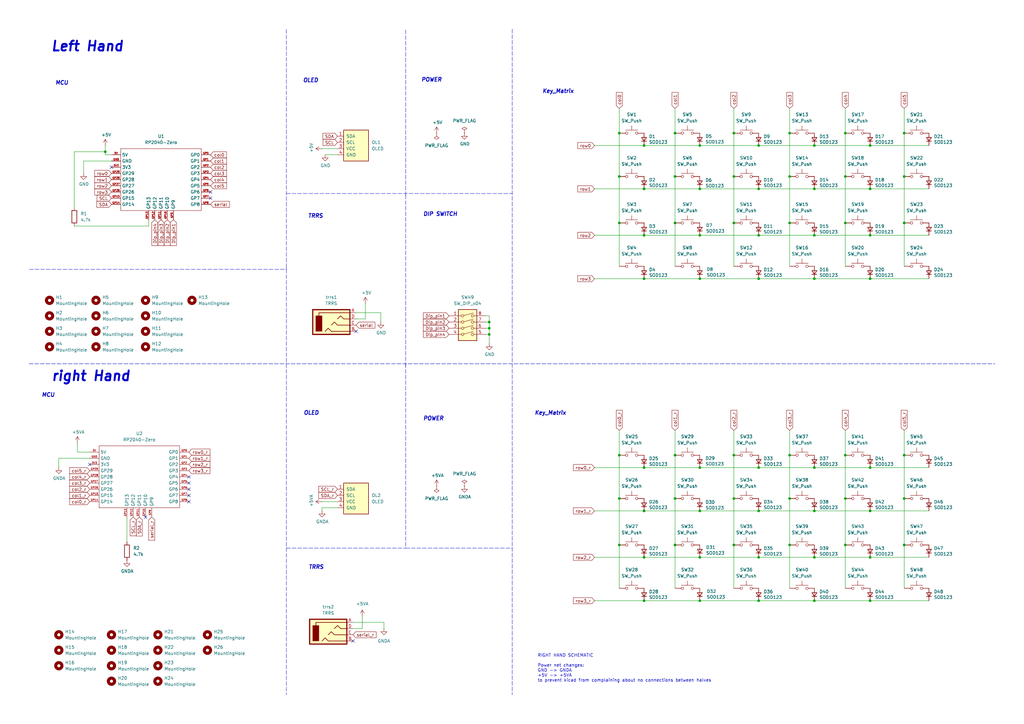
<source format=kicad_sch>
(kicad_sch (version 20231120) (generator "eeschema") (generator_version "8.0")
  (paper "A3")
  (title_block (title "Yamanami_keyboard") (rev "0.1") (company "s-show") (comment 1 "No PCBA"))
  (junction (at 264.16 77.47))
  (junction (at 323.85 223.52))
  (junction (at 311.15 114.3))
  (junction (at 311.15 96.52))
  (junction (at 334.01 209.55))
  (junction (at 346.71 72.39))
  (junction (at 264.16 209.55))
  (junction (at 370.84 91.44))
  (junction (at 287.02 77.47))
  (junction (at 254 72.39))
  (junction (at 287.02 96.52))
  (junction (at 323.85 72.39))
  (junction (at 300.99 54.61))
  (junction (at 323.85 204.47))
  (junction (at 276.86 186.69))
  (junction (at 334.01 228.6))
  (junction (at 287.02 191.77))
  (junction (at 276.86 54.61))
  (junction (at 356.87 246.38))
  (junction (at 287.02 228.6))
  (junction (at 300.99 72.39))
  (junction (at 356.87 191.77))
  (junction (at 287.02 246.38))
  (junction (at 370.84 223.52))
  (junction (at 264.16 191.77))
  (junction (at 334.01 114.3))
  (junction (at 346.71 91.44))
  (junction (at 254 54.61))
  (junction (at 323.85 91.44))
  (junction (at 300.99 223.52))
  (junction (at 264.16 114.3))
  (junction (at 370.84 186.69))
  (junction (at 356.87 96.52))
  (junction (at 334.01 246.38))
  (junction (at 264.16 246.38))
  (junction (at 200.66 134.62))
  (junction (at 356.87 59.69))
  (junction (at 346.71 204.47))
  (junction (at 254 91.44))
  (junction (at 370.84 54.61))
  (junction (at 276.86 223.52))
  (junction (at 43.18 62.23))
  (junction (at 323.85 54.61))
  (junction (at 254 204.47))
  (junction (at 346.71 54.61))
  (junction (at 356.87 77.47))
  (junction (at 346.71 186.69))
  (junction (at 346.71 223.52))
  (junction (at 287.02 114.3))
  (junction (at 311.15 59.69))
  (junction (at 356.87 228.6))
  (junction (at 300.99 91.44))
  (junction (at 200.66 132.08))
  (junction (at 311.15 191.77))
  (junction (at 276.86 91.44))
  (junction (at 264.16 228.6))
  (junction (at 311.15 228.6))
  (junction (at 276.86 72.39))
  (junction (at 300.99 204.47))
  (junction (at 356.87 209.55))
  (junction (at 370.84 72.39))
  (junction (at 370.84 204.47))
  (junction (at 276.86 204.47))
  (junction (at 264.16 59.69))
  (junction (at 287.02 59.69))
  (junction (at 334.01 96.52))
  (junction (at 323.85 186.69))
  (junction (at 254 186.69))
  (junction (at 311.15 209.55))
  (junction (at 356.87 114.3))
  (junction (at 300.99 186.69))
  (junction (at 334.01 191.77))
  (junction (at 200.66 137.16))
  (junction (at 334.01 59.69))
  (junction (at 311.15 246.38))
  (junction (at 287.02 209.55))
  (junction (at 311.15 77.47))
  (junction (at 334.01 77.47))
  (junction (at 264.16 96.52))
  (junction (at 254 223.52))
  (no_connect (at 77.47 200.66))
  (no_connect (at 77.47 203.2))
  (no_connect (at 59.69 212.09))
  (no_connect (at 77.47 195.58))
  (no_connect (at 45.72 68.58))
  (no_connect (at 146.05 135.89))
  (no_connect (at 86.36 81.28))
  (no_connect (at 86.36 78.74))
  (no_connect (at 77.47 205.74))
  (no_connect (at 144.78 262.89))
  (no_connect (at 77.47 198.12))
  (no_connect (at 36.83 190.5))
  (wire (pts (xy 132.08 208.28) (xy 132.08 209.55)))
  (wire (pts (xy 323.85 44.45) (xy 323.85 54.61)))
  (wire (pts (xy 31.75 185.42) (xy 36.83 185.42)))
  (wire (pts (xy 346.71 204.47) (xy 346.71 223.52)))
  (wire (pts (xy 311.15 246.38) (xy 334.01 246.38)))
  (wire (pts (xy 276.86 72.39) (xy 276.86 91.44)))
  (wire (pts (xy 300.99 44.45) (xy 300.99 54.61)))
  (wire (pts (xy 300.99 223.52) (xy 300.99 241.3)))
  (wire (pts (xy 323.85 204.47) (xy 323.85 223.52)))
  (wire (pts (xy 264.16 209.55) (xy 287.02 209.55)))
  (polyline (pts (xy 166.37 224.79) (xy 210.185 224.79)) (stroke (width 0) (type dash)))
  (wire (pts (xy 157.48 255.27) (xy 157.48 257.81)))
  (wire (pts (xy 132.08 60.96) (xy 138.43 60.96)))
  (wire (pts (xy 300.99 176.53) (xy 300.99 186.69)))
  (wire (pts (xy 264.16 246.38) (xy 287.02 246.38)))
  (wire (pts (xy 243.84 246.38) (xy 264.16 246.38)))
  (wire (pts (xy 323.85 223.52) (xy 323.85 241.3)))
  (wire (pts (xy 346.71 176.53) (xy 346.71 186.69)))
  (polyline (pts (xy 12.065 110.49) (xy 117.475 110.49)) (stroke (width 0) (type dash)))
  (wire (pts (xy 370.84 72.39) (xy 370.84 91.44)))
  (wire (pts (xy 199.39 132.08) (xy 200.66 132.08)))
  (wire (pts (xy 370.84 91.44) (xy 370.84 109.22)))
  (wire (pts (xy 311.15 77.47) (xy 334.01 77.47)))
  (wire (pts (xy 264.16 59.69) (xy 287.02 59.69)))
  (wire (pts (xy 323.85 72.39) (xy 323.85 91.44)))
  (wire (pts (xy 370.84 223.52) (xy 370.84 241.3)))
  (wire (pts (xy 323.85 91.44) (xy 323.85 109.22)))
  (wire (pts (xy 334.01 77.47) (xy 356.87 77.47)))
  (wire (pts (xy 334.01 96.52) (xy 356.87 96.52)))
  (wire (pts (xy 300.99 204.47) (xy 300.99 223.52)))
  (wire (pts (xy 311.15 191.77) (xy 334.01 191.77)))
  (wire (pts (xy 243.84 228.6) (xy 264.16 228.6)))
  (wire (pts (xy 264.16 77.47) (xy 287.02 77.47)))
  (wire (pts (xy 276.86 204.47) (xy 276.86 223.52)))
  (polyline (pts (xy 11.938 149.225) (xy 408.051 149.225)) (stroke (width 0) (type dash)))
  (wire (pts (xy 346.71 72.39) (xy 346.71 91.44)))
  (wire (pts (xy 334.01 228.6) (xy 356.87 228.6)))
  (wire (pts (xy 146.05 130.81) (xy 149.86 130.81)))
  (wire (pts (xy 254 204.47) (xy 254 223.52)))
  (wire (pts (xy 200.66 140.97) (xy 200.66 137.16)))
  (wire (pts (xy 254 72.39) (xy 254 91.44)))
  (wire (pts (xy 200.66 134.62) (xy 200.66 132.08)))
  (wire (pts (xy 34.29 66.04) (xy 45.72 66.04)))
  (wire (pts (xy 300.99 91.44) (xy 300.99 109.22)))
  (wire (pts (xy 133.35 63.5) (xy 138.43 63.5)))
  (wire (pts (xy 300.99 72.39) (xy 300.99 91.44)))
  (wire (pts (xy 334.01 59.69) (xy 356.87 59.69)))
  (wire (pts (xy 24.13 187.96) (xy 24.13 191.77)))
  (wire (pts (xy 243.84 77.47) (xy 264.16 77.47)))
  (wire (pts (xy 356.87 228.6) (xy 381 228.6)))
  (wire (pts (xy 30.48 62.23) (xy 30.48 85.09)))
  (wire (pts (xy 356.87 77.47) (xy 381 77.47)))
  (wire (pts (xy 370.84 204.47) (xy 370.84 223.52)))
  (wire (pts (xy 356.87 59.69) (xy 381 59.69)))
  (wire (pts (xy 30.48 92.71) (xy 60.96 92.71)))
  (wire (pts (xy 254 176.53) (xy 254 186.69)))
  (wire (pts (xy 199.39 137.16) (xy 200.66 137.16)))
  (polyline (pts (xy 210.058 11.938) (xy 210.058 284.988)) (stroke (width 0) (type dash)))
  (wire (pts (xy 243.84 114.3) (xy 264.16 114.3)))
  (wire (pts (xy 30.48 62.23) (xy 43.18 62.23)))
  (wire (pts (xy 254 223.52) (xy 254 241.3)))
  (wire (pts (xy 370.84 54.61) (xy 370.84 72.39)))
  (wire (pts (xy 148.59 257.81) (xy 148.59 252.73)))
  (wire (pts (xy 300.99 186.69) (xy 300.99 204.47)))
  (wire (pts (xy 346.71 223.52) (xy 346.71 241.3)))
  (wire (pts (xy 311.15 96.52) (xy 334.01 96.52)))
  (wire (pts (xy 254 44.45) (xy 254 54.61)))
  (wire (pts (xy 146.05 128.27) (xy 156.21 128.27)))
  (wire (pts (xy 300.99 54.61) (xy 300.99 72.39)))
  (wire (pts (xy 254 91.44) (xy 254 109.22)))
  (wire (pts (xy 60.96 92.71) (xy 60.96 90.17)))
  (wire (pts (xy 156.21 128.27) (xy 156.21 132.08)))
  (wire (pts (xy 144.78 255.27) (xy 157.48 255.27)))
  (wire (pts (xy 276.86 223.52) (xy 276.86 241.3)))
  (wire (pts (xy 199.39 134.62) (xy 200.66 134.62)))
  (wire (pts (xy 276.86 186.69) (xy 276.86 204.47)))
  (wire (pts (xy 31.75 181.61) (xy 31.75 185.42)))
  (wire (pts (xy 346.71 91.44) (xy 346.71 109.22)))
  (wire (pts (xy 287.02 96.52) (xy 311.15 96.52)))
  (wire (pts (xy 199.39 129.54) (xy 200.66 129.54)))
  (wire (pts (xy 287.02 77.47) (xy 311.15 77.47)))
  (wire (pts (xy 370.84 186.69) (xy 370.84 204.47)))
  (wire (pts (xy 243.84 59.69) (xy 264.16 59.69)))
  (wire (pts (xy 43.18 59.69) (xy 43.18 62.23)))
  (wire (pts (xy 254 54.61) (xy 254 72.39)))
  (wire (pts (xy 132.08 208.28) (xy 138.43 208.28)))
  (wire (pts (xy 43.18 62.23) (xy 43.18 63.5)))
  (polyline (pts (xy 117.475 79.375) (xy 210.185 79.375)) (stroke (width 0) (type dash)))
  (wire (pts (xy 334.01 246.38) (xy 356.87 246.38)))
  (wire (pts (xy 264.16 191.77) (xy 287.02 191.77)))
  (wire (pts (xy 287.02 59.69) (xy 311.15 59.69)))
  (wire (pts (xy 287.02 246.38) (xy 311.15 246.38)))
  (wire (pts (xy 243.84 209.55) (xy 264.16 209.55)))
  (wire (pts (xy 334.01 209.55) (xy 356.87 209.55)))
  (wire (pts (xy 200.66 129.54) (xy 200.66 132.08)))
  (wire (pts (xy 254 186.69) (xy 254 204.47)))
  (polyline (pts (xy 166.37 149.225) (xy 166.37 224.79)) (stroke (width 0) (type dash)))
  (wire (pts (xy 264.16 114.3) (xy 287.02 114.3)))
  (wire (pts (xy 276.86 91.44) (xy 276.86 109.22)))
  (wire (pts (xy 370.84 176.53) (xy 370.84 186.69)))
  (wire (pts (xy 149.86 124.46) (xy 149.86 130.81)))
  (wire (pts (xy 276.86 54.61) (xy 276.86 72.39)))
  (wire (pts (xy 264.16 228.6) (xy 287.02 228.6)))
  (wire (pts (xy 200.66 137.16) (xy 200.66 134.62)))
  (polyline (pts (xy 166.37 80.01) (xy 166.37 150.495)) (stroke (width 0) (type dash)))
  (wire (pts (xy 356.87 209.55) (xy 381 209.55)))
  (wire (pts (xy 334.01 114.3) (xy 356.87 114.3)))
  (wire (pts (xy 287.02 228.6) (xy 311.15 228.6)))
  (polyline (pts (xy 166.37 80.264) (xy 166.37 12.065)) (stroke (width 0) (type dash)))
  (wire (pts (xy 36.83 187.96) (xy 24.13 187.96)))
  (wire (pts (xy 334.01 191.77) (xy 356.87 191.77)))
  (wire (pts (xy 356.87 191.77) (xy 381 191.77)))
  (wire (pts (xy 356.87 114.3) (xy 381 114.3)))
  (wire (pts (xy 356.87 246.38) (xy 381 246.38)))
  (wire (pts (xy 264.16 96.52) (xy 287.02 96.52)))
  (wire (pts (xy 243.84 191.77) (xy 264.16 191.77)))
  (wire (pts (xy 323.85 176.53) (xy 323.85 186.69)))
  (wire (pts (xy 346.71 44.45) (xy 346.71 54.61)))
  (wire (pts (xy 346.71 186.69) (xy 346.71 204.47)))
  (wire (pts (xy 34.29 66.04) (xy 34.29 71.12)))
  (wire (pts (xy 311.15 228.6) (xy 334.01 228.6)))
  (polyline (pts (xy 117.475 224.79) (xy 166.37 224.79)) (stroke (width 0) (type dash)))
  (wire (pts (xy 323.85 186.69) (xy 323.85 204.47)))
  (wire (pts (xy 287.02 191.77) (xy 311.15 191.77)))
  (wire (pts (xy 132.08 205.74) (xy 138.43 205.74)))
  (wire (pts (xy 243.84 96.52) (xy 264.16 96.52)))
  (wire (pts (xy 311.15 209.55) (xy 334.01 209.55)))
  (wire (pts (xy 346.71 54.61) (xy 346.71 72.39)))
  (wire (pts (xy 276.86 44.45) (xy 276.86 54.61)))
  (wire (pts (xy 43.18 63.5) (xy 45.72 63.5)))
  (wire (pts (xy 287.02 114.3) (xy 311.15 114.3)))
  (polyline (pts (xy 117.475 110.49) (xy 117.475 109.855)))
  (wire (pts (xy 323.85 54.61) (xy 323.85 72.39)))
  (wire (pts (xy 276.86 176.53) (xy 276.86 186.69)))
  (wire (pts (xy 370.84 44.45) (xy 370.84 54.61)))
  (polyline (pts (xy 117.475 12.065) (xy 117.475 284.988)) (stroke (width 0) (type dash)))
  (wire (pts (xy 144.78 257.81) (xy 148.59 257.81)))
  (wire (pts (xy 52.07 212.09) (xy 52.07 222.25)))
  (wire (pts (xy 311.15 114.3) (xy 334.01 114.3)))
  (wire (pts (xy 311.15 59.69) (xy 334.01 59.69)))
  (wire (pts (xy 287.02 209.55) (xy 311.15 209.55)))
  (wire (pts (xy 356.87 96.52) (xy 381 96.52)))
  (text "Left Hand" (at 20.701 21.463 0) (effects (font (size 3.9878 3.9878) (thickness 0.7976) (bold yes) (italic yes)) (justify left bottom)))
  (text "TRRS" (at 126.238 89.662 0) (effects (font (size 1.6002 1.6002) (thickness 0.32) (bold yes) (italic yes)) (justify left bottom)))
  (text "MCU" (at 17.018 163.068 0) (effects (font (size 1.6002 1.6002) (thickness 0.32) (bold yes) (italic yes)) (justify left bottom)))
  (text "POWER" (at 172.72 33.782 0) (effects (font (size 1.6002 1.6002) (thickness 0.32) (bold yes) (italic yes)) (justify left bottom)))
  (text "DIP SWITCH" (at 173.482 88.9 0) (effects (font (size 1.6002 1.6002) (thickness 0.32) (bold yes) (italic yes)) (justify left bottom)))
  (text "Key_Matrix" (at 219.202 170.434 0) (effects (font (size 1.6002 1.6002) (thickness 0.32) (bold yes) (italic yes)) (justify left bottom)))
  (text "POWER" (at 173.482 172.72 0) (effects (font (size 1.6002 1.6002) (thickness 0.32) (bold yes) (italic yes)) (justify left bottom)))
  (text "OLED" (at 124.46 170.434 0) (effects (font (size 1.6002 1.6002) (thickness 0.32) (bold yes) (italic yes)) (justify left bottom)))
  (text "RIGHT HAND SCHEMATIC\n\nPower net changes:\nGND -> GNDA\n+5V -> +5VA\nto prevent kicad from complaining about no connections between halves" (at 220.472 279.908 0) (effects (font (size 1.27 1.27)) (justify left bottom)))
  (text "MCU" (at 22.606 35.052 0) (effects (font (size 1.6002 1.6002) (thickness 0.32) (bold yes) (italic yes)) (justify left bottom)))
  (text "OLED" (at 124.206 34.036 0) (effects (font (size 1.6002 1.6002) (thickness 0.32) (bold yes) (italic yes)) (justify left bottom)))
  (text "Key_Matrix" (at 222.377 38.481 0) (effects (font (size 1.6002 1.6002) (thickness 0.32) (bold yes) (italic yes)) (justify left bottom)))
  (text "TRRS" (at 126.492 233.68 0) (effects (font (size 1.6002 1.6002) (thickness 0.32) (bold yes) (italic yes)) (justify left bottom)))
  (text "right Hand" (at 20.828 156.718 0) (effects (font (size 3.9878 3.9878) (thickness 0.7976) (bold yes) (italic yes)) (justify left bottom)))
  (global_label "SDA_r" (shape input) (at 138.43 203.2 180) (property "Intersheetrefs" "${INTERSHEET_REFS}" (effects (hide yes))))
  (global_label "col4" (shape input) (at 346.71 44.45 90) (property "Intersheetrefs" "${INTERSHEET_REFS}" (effects (hide yes))))
  (global_label "row0_r" (shape input) (at 243.84 191.77 180) (property "Intersheetrefs" "${INTERSHEET_REFS}" (effects (hide yes))))
  (global_label "Dip_pin2" (shape input) (at 68.58 90.17 270) (property "Intersheetrefs" "${INTERSHEET_REFS}" (effects (hide yes))))
  (global_label "col5_r" (shape input) (at 36.83 193.04 180) (property "Intersheetrefs" "${INTERSHEET_REFS}" (effects (hide yes))))
  (global_label "row3_r" (shape input) (at 243.84 246.38 180) (property "Intersheetrefs" "${INTERSHEET_REFS}" (effects (hide yes))))
  (global_label "col4" (shape input) (at 86.36 73.66 0) (property "Intersheetrefs" "${INTERSHEET_REFS}" (effects (hide yes))))
  (global_label "row0" (shape input) (at 243.84 59.69 180) (property "Intersheetrefs" "${INTERSHEET_REFS}" (effects (hide yes))))
  (global_label "row2_r" (shape input) (at 243.84 228.6 180) (property "Intersheetrefs" "${INTERSHEET_REFS}" (effects (hide yes))))
  (global_label "col1" (shape input) (at 86.36 66.04 0) (property "Intersheetrefs" "${INTERSHEET_REFS}" (effects (hide yes))))
  (global_label "col2_r" (shape input) (at 36.83 200.66 180) (property "Intersheetrefs" "${INTERSHEET_REFS}" (effects (hide yes))))
  (global_label "row1_r" (shape input) (at 243.84 209.55 180) (property "Intersheetrefs" "${INTERSHEET_REFS}" (effects (hide yes))))
  (global_label "Dip_pin1" (shape input) (at 71.12 90.17 270) (property "Intersheetrefs" "${INTERSHEET_REFS}" (effects (hide yes))))
  (global_label "col5" (shape input) (at 86.36 76.2 0) (property "Intersheetrefs" "${INTERSHEET_REFS}" (effects (hide yes))))
  (global_label "col4_r" (shape input) (at 36.83 195.58 180) (property "Intersheetrefs" "${INTERSHEET_REFS}" (effects (hide yes))))
  (global_label "SCL" (shape input) (at 45.72 81.28 180) (property "Intersheetrefs" "${INTERSHEET_REFS}" (effects (hide yes))))
  (global_label "col2_r" (shape input) (at 300.99 176.53 90) (property "Intersheetrefs" "${INTERSHEET_REFS}" (effects (hide yes))))
  (global_label "SCL_r" (shape input) (at 54.61 212.09 270) (property "Intersheetrefs" "${INTERSHEET_REFS}" (effects (hide yes))))
  (global_label "col0" (shape input) (at 254 44.45 90) (property "Intersheetrefs" "${INTERSHEET_REFS}" (effects (hide yes))))
  (global_label "row3_r" (shape input) (at 77.47 193.04 0) (property "Intersheetrefs" "${INTERSHEET_REFS}" (effects (hide yes))))
  (global_label "serial_r" (shape input) (at 144.78 260.35 0) (property "Intersheetrefs" "${INTERSHEET_REFS}" (effects (hide yes))))
  (global_label "Dip_pin1" (shape input) (at 184.15 129.54 180) (property "Intersheetrefs" "${INTERSHEET_REFS}" (effects (hide yes))))
  (global_label "col1_r" (shape input) (at 276.86 176.53 90) (property "Intersheetrefs" "${INTERSHEET_REFS}" (effects (hide yes))))
  (global_label "col3" (shape input) (at 86.36 71.12 0) (property "Intersheetrefs" "${INTERSHEET_REFS}" (effects (hide yes))))
  (global_label "row2_r" (shape input) (at 77.47 190.5 0) (property "Intersheetrefs" "${INTERSHEET_REFS}" (effects (hide yes))))
  (global_label "col2" (shape input) (at 300.99 44.45 90) (property "Intersheetrefs" "${INTERSHEET_REFS}" (effects (hide yes))))
  (global_label "Dip_pin3" (shape input) (at 184.15 134.62 180) (property "Intersheetrefs" "${INTERSHEET_REFS}" (effects (hide yes))))
  (global_label "row2" (shape input) (at 243.84 96.52 180) (property "Intersheetrefs" "${INTERSHEET_REFS}" (effects (hide yes))))
  (global_label "SDA_r" (shape input) (at 57.15 212.09 270) (property "Intersheetrefs" "${INTERSHEET_REFS}" (effects (hide yes))))
  (global_label "col5_r" (shape input) (at 370.84 176.53 90) (property "Intersheetrefs" "${INTERSHEET_REFS}" (effects (hide yes))))
  (global_label "col1" (shape input) (at 276.86 44.45 90) (property "Intersheetrefs" "${INTERSHEET_REFS}" (effects (hide yes))))
  (global_label "col3_r" (shape input) (at 323.85 176.53 90) (property "Intersheetrefs" "${INTERSHEET_REFS}" (effects (hide yes))))
  (global_label "row2" (shape input) (at 45.72 76.2 180) (property "Intersheetrefs" "${INTERSHEET_REFS}" (effects (hide yes))))
  (global_label "SCL_r" (shape input) (at 138.43 200.66 180) (property "Intersheetrefs" "${INTERSHEET_REFS}" (effects (hide yes))))
  (global_label "col3_r" (shape input) (at 36.83 198.12 180) (property "Intersheetrefs" "${INTERSHEET_REFS}" (effects (hide yes))))
  (global_label "Dip_pin4" (shape input) (at 184.15 137.16 180) (property "Intersheetrefs" "${INTERSHEET_REFS}" (effects (hide yes))))
  (global_label "col0_r" (shape input) (at 254 176.53 90) (property "Intersheetrefs" "${INTERSHEET_REFS}" (effects (hide yes))))
  (global_label "SCL" (shape input) (at 138.43 58.42 180) (property "Intersheetrefs" "${INTERSHEET_REFS}" (effects (hide yes))))
  (global_label "serial" (shape input) (at 86.36 83.82 0) (property "Intersheetrefs" "${INTERSHEET_REFS}" (effects (hide yes))))
  (global_label "SDA" (shape input) (at 45.72 83.82 180) (property "Intersheetrefs" "${INTERSHEET_REFS}" (effects (hide yes))))
  (global_label "col1_r" (shape input) (at 36.83 203.2 180) (property "Intersheetrefs" "${INTERSHEET_REFS}" (effects (hide yes))))
  (global_label "Dip_pin4" (shape input) (at 63.5 90.17 270) (property "Intersheetrefs" "${INTERSHEET_REFS}" (effects (hide yes))))
  (global_label "col0_r" (shape input) (at 36.83 205.74 180) (property "Intersheetrefs" "${INTERSHEET_REFS}" (effects (hide yes))))
  (global_label "serial" (shape input) (at 146.05 133.35 0) (property "Intersheetrefs" "${INTERSHEET_REFS}" (effects (hide yes))))
  (global_label "row1" (shape input) (at 243.84 77.47 180) (property "Intersheetrefs" "${INTERSHEET_REFS}" (effects (hide yes))))
  (global_label "col4_r" (shape input) (at 346.71 176.53 90) (property "Intersheetrefs" "${INTERSHEET_REFS}" (effects (hide yes))))
  (global_label "Dip_pin2" (shape input) (at 184.15 132.08 180) (property "Intersheetrefs" "${INTERSHEET_REFS}" (effects (hide yes))))
  (global_label "row1" (shape input) (at 45.72 73.66 180) (property "Intersheetrefs" "${INTERSHEET_REFS}" (effects (hide yes))))
  (global_label "row3" (shape input) (at 45.72 78.74 180) (property "Intersheetrefs" "${INTERSHEET_REFS}" (effects (hide yes))))
  (global_label "row0_r" (shape input) (at 77.47 185.42 0) (property "Intersheetrefs" "${INTERSHEET_REFS}" (effects (hide yes))))
  (global_label "serial_r" (shape input) (at 62.23 212.09 270) (property "Intersheetrefs" "${INTERSHEET_REFS}" (effects (hide yes))))
  (global_label "col0" (shape input) (at 86.36 63.5 0) (property "Intersheetrefs" "${INTERSHEET_REFS}" (effects (hide yes))))
  (global_label "col5" (shape input) (at 370.84 44.45 90) (property "Intersheetrefs" "${INTERSHEET_REFS}" (effects (hide yes))))
  (global_label "row3" (shape input) (at 243.84 114.3 180) (property "Intersheetrefs" "${INTERSHEET_REFS}" (effects (hide yes))))
  (global_label "row1_r" (shape input) (at 77.47 187.96 0) (property "Intersheetrefs" "${INTERSHEET_REFS}" (effects (hide yes))))
  (global_label "row0" (shape input) (at 45.72 71.12 180) (property "Intersheetrefs" "${INTERSHEET_REFS}" (effects (hide yes))))
  (global_label "SDA" (shape input) (at 138.43 55.88 180) (property "Intersheetrefs" "${INTERSHEET_REFS}" (effects (hide yes))))
  (global_label "Dip_pin3" (shape input) (at 66.04 90.17 270) (property "Intersheetrefs" "${INTERSHEET_REFS}" (effects (hide yes))))
  (global_label "col2" (shape input) (at 86.36 68.58 0) (property "Intersheetrefs" "${INTERSHEET_REFS}" (effects (hide yes))))
  (global_label "col3" (shape input) (at 323.85 44.45 90) (property "Intersheetrefs" "${INTERSHEET_REFS}" (effects (hide yes))))
  (symbol (lib_id "power:GND") (at 34.29 71.12 0) (unit 1)
    (property "Reference" "#PWR024" (effects (hide yes)))
    (property "Value" "GND" (at 34.417 75.5142 0))
    (property "Description" "Power symbol creates a global label with name \"GND\" , ground" (effects (hide yes)))
  )
  (symbol (lib_id "power:+5V") (at 43.18 59.69 0) (unit 1)
    (property "Reference" "#PWR01" (effects (hide yes)))
    (property "Value" "+5V" (at 43.6118 55.2958 0))
    (property "Description" "Power symbol creates a global label with name \"+5V\"" (effects (hide yes)))
  )
  (symbol (lib_id "Device:D_Small") (at 264.16 57.15 90) (unit 1)
    (property "Reference" "D1" (at 266.1666 55.9816 90) (effects (justify right)))
    (property "Value" "SOD123" (at 266.1666 58.293 90) (effects (justify right)))
    (property "Footprint" "0-My_Parts:D_SOD-123_custom" (effects (hide yes)))
    (property "Description" "Diode, small symbol" (effects (hide yes)))
    (property "Sim.Device" "D" (effects (hide yes)))
    (property "Sim.Pins" "1=K 2=A" (effects (hide yes)))
  )
  (symbol (lib_id "Device:D_Small") (at 287.02 57.15 90) (unit 1)
    (property "Reference" "D5" (at 289.306 55.88 90) (effects (justify right)))
    (property "Value" "SOD123" (at 289.306 58.1914 90) (effects (justify right)))
    (property "Footprint" "0-My_Parts:D_SOD-123_custom" (effects (hide yes)))
    (property "Description" "Diode, small symbol" (effects (hide yes)))
    (property "Sim.Device" "D" (effects (hide yes)))
    (property "Sim.Pins" "1=K 2=A" (effects (hide yes)))
  )
  (symbol (lib_id "Device:D_Small") (at 311.15 57.15 90) (unit 1)
    (property "Reference" "D9" (at 313.1566 55.9816 90) (effects (justify right)))
    (property "Value" "SOD123" (at 313.1566 58.293 90) (effects (justify right)))
    (property "Footprint" "0-My_Parts:D_SOD-123_custom" (effects (hide yes)))
    (property "Description" "Diode, small symbol" (effects (hide yes)))
    (property "Sim.Device" "D" (effects (hide yes)))
    (property "Sim.Pins" "1=K 2=A" (effects (hide yes)))
  )
  (symbol (lib_id "Device:D_Small") (at 334.01 57.15 90) (unit 1)
    (property "Reference" "D13" (at 336.0166 55.9816 90) (effects (justify right)))
    (property "Value" "SOD123" (at 336.0166 58.293 90) (effects (justify right)))
    (property "Footprint" "0-My_Parts:D_SOD-123_custom" (effects (hide yes)))
    (property "Description" "Diode, small symbol" (effects (hide yes)))
    (property "Sim.Device" "D" (effects (hide yes)))
    (property "Sim.Pins" "1=K 2=A" (effects (hide yes)))
  )
  (symbol (lib_id "Device:D_Small") (at 356.87 57.15 90) (unit 1)
    (property "Reference" "D17" (at 358.8766 55.9816 90) (effects (justify right)))
    (property "Value" "SOD123" (at 358.8766 58.293 90) (effects (justify right)))
    (property "Footprint" "0-My_Parts:D_SOD-123_custom" (effects (hide yes)))
    (property "Description" "Diode, small symbol" (effects (hide yes)))
    (property "Sim.Device" "D" (effects (hide yes)))
    (property "Sim.Pins" "1=K 2=A" (effects (hide yes)))
  )
  (symbol (lib_id "Device:D_Small") (at 381 57.15 90) (unit 1)
    (property "Reference" "D21" (at 383.0066 55.9816 90) (effects (justify right)))
    (property "Value" "SOD123" (at 383.0066 58.293 90) (effects (justify right)))
    (property "Footprint" "0-My_Parts:D_SOD-123_custom" (effects (hide yes)))
    (property "Description" "Diode, small symbol" (effects (hide yes)))
    (property "Sim.Device" "D" (effects (hide yes)))
    (property "Sim.Pins" "1=K 2=A" (effects (hide yes)))
  )
  (symbol (lib_id "Device:D_Small") (at 264.16 74.93 90) (unit 1)
    (property "Reference" "D2" (at 266.1666 73.7616 90) (effects (justify right)))
    (property "Value" "SOD123" (at 266.1666 76.073 90) (effects (justify right)))
    (property "Footprint" "0-My_Parts:D_SOD-123_custom" (effects (hide yes)))
    (property "Description" "Diode, small symbol" (effects (hide yes)))
    (property "Sim.Device" "D" (effects (hide yes)))
    (property "Sim.Pins" "1=K 2=A" (effects (hide yes)))
  )
  (symbol (lib_id "Device:D_Small") (at 287.02 74.93 90) (unit 1)
    (property "Reference" "D6" (at 289.306 73.8886 90) (effects (justify right)))
    (property "Value" "SOD123" (at 289.306 76.2 90) (effects (justify right)))
    (property "Footprint" "0-My_Parts:D_SOD-123_custom" (effects (hide yes)))
    (property "Description" "Diode, small symbol" (effects (hide yes)))
    (property "Sim.Device" "D" (effects (hide yes)))
    (property "Sim.Pins" "1=K 2=A" (effects (hide yes)))
  )
  (symbol (lib_id "Device:D_Small") (at 311.15 74.93 90) (unit 1)
    (property "Reference" "D10" (at 313.1566 73.7616 90) (effects (justify right)))
    (property "Value" "SOD123" (at 313.1566 76.073 90) (effects (justify right)))
    (property "Footprint" "0-My_Parts:D_SOD-123_custom" (effects (hide yes)))
    (property "Description" "Diode, small symbol" (effects (hide yes)))
    (property "Sim.Device" "D" (effects (hide yes)))
    (property "Sim.Pins" "1=K 2=A" (effects (hide yes)))
  )
  (symbol (lib_id "Device:D_Small") (at 334.01 74.93 90) (unit 1)
    (property "Reference" "D14" (at 336.0166 73.7616 90) (effects (justify right)))
    (property "Value" "SOD123" (at 336.0166 76.073 90) (effects (justify right)))
    (property "Footprint" "0-My_Parts:D_SOD-123_custom" (effects (hide yes)))
    (property "Description" "Diode, small symbol" (effects (hide yes)))
    (property "Sim.Device" "D" (effects (hide yes)))
    (property "Sim.Pins" "1=K 2=A" (effects (hide yes)))
  )
  (symbol (lib_id "Device:D_Small") (at 356.87 74.93 90) (unit 1)
    (property "Reference" "D18" (at 358.8766 73.7616 90) (effects (justify right)))
    (property "Value" "SOD123" (at 358.8766 76.073 90) (effects (justify right)))
    (property "Footprint" "0-My_Parts:D_SOD-123_custom" (effects (hide yes)))
    (property "Description" "Diode, small symbol" (effects (hide yes)))
    (property "Sim.Device" "D" (effects (hide yes)))
    (property "Sim.Pins" "1=K 2=A" (effects (hide yes)))
  )
  (symbol (lib_id "Device:D_Small") (at 381 74.93 90) (unit 1)
    (property "Reference" "D22" (at 383.0066 73.7616 90) (effects (justify right)))
    (property "Value" "SOD123" (at 383.0066 76.073 90) (effects (justify right)))
    (property "Footprint" "0-My_Parts:D_SOD-123_custom" (effects (hide yes)))
    (property "Description" "Diode, small symbol" (effects (hide yes)))
    (property "Sim.Device" "D" (effects (hide yes)))
    (property "Sim.Pins" "1=K 2=A" (effects (hide yes)))
  )
  (symbol (lib_id "Device:D_Small") (at 264.16 93.98 90) (unit 1)
    (property "Reference" "D3" (at 266.1666 92.8116 90) (effects (justify right)))
    (property "Value" "SOD123" (at 266.1666 95.123 90) (effects (justify right)))
    (property "Footprint" "0-My_Parts:D_SOD-123_custom" (effects (hide yes)))
    (property "Description" "Diode, small symbol" (effects (hide yes)))
    (property "Sim.Device" "D" (effects (hide yes)))
    (property "Sim.Pins" "1=K 2=A" (effects (hide yes)))
  )
  (symbol (lib_id "Device:D_Small") (at 287.02 93.98 90) (unit 1)
    (property "Reference" "D7" (at 289.56 92.4306 90) (effects (justify right)))
    (property "Value" "SOD123" (at 289.56 94.742 90) (effects (justify right)))
    (property "Footprint" "0-My_Parts:D_SOD-123_custom" (effects (hide yes)))
    (property "Description" "Diode, small symbol" (effects (hide yes)))
    (property "Sim.Device" "D" (effects (hide yes)))
    (property "Sim.Pins" "1=K 2=A" (effects (hide yes)))
  )
  (symbol (lib_id "Device:D_Small") (at 311.15 93.98 90) (unit 1)
    (property "Reference" "D11" (at 313.1566 92.8116 90) (effects (justify right)))
    (property "Value" "SOD123" (at 313.1566 95.123 90) (effects (justify right)))
    (property "Footprint" "0-My_Parts:D_SOD-123_custom" (effects (hide yes)))
    (property "Description" "Diode, small symbol" (effects (hide yes)))
    (property "Sim.Device" "D" (effects (hide yes)))
    (property "Sim.Pins" "1=K 2=A" (effects (hide yes)))
  )
  (symbol (lib_id "Device:D_Small") (at 334.01 93.98 90) (unit 1)
    (property "Reference" "D15" (at 336.0166 92.8116 90) (effects (justify right)))
    (property "Value" "SOD123" (at 336.0166 95.123 90) (effects (justify right)))
    (property "Footprint" "0-My_Parts:D_SOD-123_custom" (effects (hide yes)))
    (property "Description" "Diode, small symbol" (effects (hide yes)))
    (property "Sim.Device" "D" (effects (hide yes)))
    (property "Sim.Pins" "1=K 2=A" (effects (hide yes)))
  )
  (symbol (lib_id "Device:D_Small") (at 356.87 93.98 90) (unit 1)
    (property "Reference" "D19" (at 358.8766 92.8116 90) (effects (justify right)))
    (property "Value" "SOD123" (at 358.8766 95.123 90) (effects (justify right)))
    (property "Footprint" "0-My_Parts:D_SOD-123_custom" (effects (hide yes)))
    (property "Description" "Diode, small symbol" (effects (hide yes)))
    (property "Sim.Device" "D" (effects (hide yes)))
    (property "Sim.Pins" "1=K 2=A" (effects (hide yes)))
  )
  (symbol (lib_id "Device:D_Small") (at 381 93.98 90) (unit 1)
    (property "Reference" "D23" (at 383.0066 92.8116 90) (effects (justify right)))
    (property "Value" "SOD123" (at 383.0066 95.123 90) (effects (justify right)))
    (property "Footprint" "0-My_Parts:D_SOD-123_custom" (effects (hide yes)))
    (property "Description" "Diode, small symbol" (effects (hide yes)))
    (property "Sim.Device" "D" (effects (hide yes)))
    (property "Sim.Pins" "1=K 2=A" (effects (hide yes)))
  )
  (symbol (lib_id "Device:D_Small") (at 264.16 111.76 90) (unit 1)
    (property "Reference" "D4" (at 266.1666 110.5916 90) (effects (justify right)))
    (property "Value" "SOD123" (at 266.1666 112.903 90) (effects (justify right)))
    (property "Footprint" "0-My_Parts:D_SOD-123_custom" (effects (hide yes)))
    (property "Description" "Diode, small symbol" (effects (hide yes)))
    (property "Sim.Device" "D" (effects (hide yes)))
    (property "Sim.Pins" "1=K 2=A" (effects (hide yes)))
  )
  (symbol (lib_id "Device:D_Small") (at 287.02 111.76 90) (unit 1)
    (property "Reference" "D8" (at 289.814 110.4646 90) (effects (justify right)))
    (property "Value" "SOD123" (at 289.814 112.776 90) (effects (justify right)))
    (property "Footprint" "0-My_Parts:D_SOD-123_custom" (effects (hide yes)))
    (property "Description" "Diode, small symbol" (effects (hide yes)))
    (property "Sim.Device" "D" (effects (hide yes)))
    (property "Sim.Pins" "1=K 2=A" (effects (hide yes)))
  )
  (symbol (lib_id "Device:D_Small") (at 311.15 111.76 90) (unit 1)
    (property "Reference" "D12" (at 313.1566 110.5916 90) (effects (justify right)))
    (property "Value" "SOD123" (at 313.1566 112.903 90) (effects (justify right)))
    (property "Footprint" "0-My_Parts:D_SOD-123_custom" (effects (hide yes)))
    (property "Description" "Diode, small symbol" (effects (hide yes)))
    (property "Sim.Device" "D" (effects (hide yes)))
    (property "Sim.Pins" "1=K 2=A" (effects (hide yes)))
  )
  (symbol (lib_id "Device:D_Small") (at 334.01 111.76 90) (unit 1)
    (property "Reference" "D16" (at 336.0166 110.5916 90) (effects (justify right)))
    (property "Value" "SOD123" (at 336.0166 112.903 90) (effects (justify right)))
    (property "Footprint" "0-My_Parts:D_SOD-123_custom" (effects (hide yes)))
    (property "Description" "Diode, small symbol" (effects (hide yes)))
    (property "Sim.Device" "D" (effects (hide yes)))
    (property "Sim.Pins" "1=K 2=A" (effects (hide yes)))
  )
  (symbol (lib_id "Device:D_Small") (at 356.87 111.76 90) (unit 1)
    (property "Reference" "D20" (at 358.8766 110.5916 90) (effects (justify right)))
    (property "Value" "SOD123" (at 358.8766 112.903 90) (effects (justify right)))
    (property "Footprint" "0-My_Parts:D_SOD-123_custom" (effects (hide yes)))
    (property "Description" "Diode, small symbol" (effects (hide yes)))
    (property "Sim.Device" "D" (effects (hide yes)))
    (property "Sim.Pins" "1=K 2=A" (effects (hide yes)))
  )
  (symbol (lib_id "Device:D_Small") (at 381 111.76 90) (unit 1)
    (property "Reference" "D24" (at 383.0066 110.5916 90) (effects (justify right)))
    (property "Value" "SOD123" (at 383.0066 112.903 90) (effects (justify right)))
    (property "Footprint" "0-My_Parts:D_SOD-123_custom" (effects (hide yes)))
    (property "Description" "Diode, small symbol" (effects (hide yes)))
    (property "Sim.Device" "D" (effects (hide yes)))
    (property "Sim.Pins" "1=K 2=A" (effects (hide yes)))
  )
  (symbol (lib_id "power:+5V") (at 149.86 124.46 0) (unit 1)
    (property "Reference" "#PWR020" (effects (hide yes)))
    (property "Value" "+5V" (at 150.2918 120.0658 0))
    (property "Description" "Power symbol creates a global label with name \"+5V\"" (effects (hide yes)))
  )
  (symbol (lib_id "power:GND") (at 156.21 132.08 0) (unit 1)
    (property "Reference" "#PWR021" (effects (hide yes)))
    (property "Value" "GND" (at 156.337 136.4742 0))
    (property "Description" "Power symbol creates a global label with name \"GND\" , ground" (effects (hide yes)))
  )
  (symbol (lib_id "power:GNDA") (at 24.13 191.77 0) (unit 1)
    (property "Reference" "#PWR047" (effects (hide yes)))
    (property "Value" "GNDA" (at 24.257 196.1642 0))
    (property "Description" "Power symbol creates a global label with name \"GNDA\" , analog ground" (effects (hide yes)))
  )
  (symbol (lib_id "power:+5VA") (at 31.75 181.61 0) (unit 1)
    (property "Reference" "#PWR036" (effects (hide yes)))
    (property "Value" "+5VA" (at 32.131 177.2158 0))
    (property "Description" "Power symbol creates a global label with name \"+5VA\"" (effects (hide yes)))
  )
  (symbol (lib_id "Mechanical:MountingHole") (at 85.09 266.7 0) (unit 1) (exclude_from_sim yes) (in_bom no)
    (property "Reference" "H26" (at 87.63 265.4299 0) (effects (justify left)))
    (property "Value" "MountingHole" (at 87.63 267.9699 0) (effects (justify left)))
    (property "Footprint" "MountingHole:MountingHole_2.2mm_M2" (effects (hide yes)))
    (property "Description" "Mounting Hole without connection" (effects (hide yes)))
  )
  (symbol (lib_id "Switch:SW_Push") (at 306.07 186.69 0) (unit 1)
    (property "Reference" "SW33" (at 306.07 179.07 0))
    (property "Value" "SW_Push" (at 306.07 181.61 0))
    (property "Footprint" "0-My_kbd_parts:CherryMX_Hotswap_via_1U_custom" (effects (hide yes)))
    (property "Description" "Push button switch, generic, two pins" (effects (hide yes)))
  )
  (symbol (lib_id "Mechanical:MountingHole") (at 85.09 260.35 0) (unit 1) (exclude_from_sim yes) (in_bom no)
    (property "Reference" "H25" (at 87.63 259.0799 0) (effects (justify left)))
    (property "Value" "MountingHole" (at 87.63 261.6199 0) (effects (justify left)))
    (property "Footprint" "MountingHole:MountingHole_2.2mm_M2" (effects (hide yes)))
    (property "Description" "Mounting Hole without connection" (effects (hide yes)))
  )
  (symbol (lib_id "Mechanical:MountingHole") (at 20.32 129.54 0) (unit 1) (exclude_from_sim yes) (in_bom no)
    (property "Reference" "H2" (at 22.86 128.2699 0) (effects (justify left)))
    (property "Value" "MountingHole" (at 22.86 130.8099 0) (effects (justify left)))
    (property "Footprint" "MountingHole:MountingHole_2.2mm_M2" (effects (hide yes)))
    (property "Description" "Mounting Hole without connection" (effects (hide yes)))
  )
  (symbol (lib_id "Switch:SW_Push") (at 351.79 241.3 0) (unit 1)
    (property "Reference" "SW44" (at 351.79 233.68 0))
    (property "Value" "SW_Push" (at 351.79 236.22 0))
    (property "Footprint" "0-My_kbd_parts:CherryMX_Hotswap_via_1U_custom" (effects (hide yes)))
    (property "Description" "Push button switch, generic, two pins" (effects (hide yes)))
  )
  (symbol (lib_id "power:GNDA") (at 190.5 199.39 0) (unit 1)
    (property "Reference" "#PWR015" (effects (hide yes)))
    (property "Value" "GNDA" (at 190.627 203.7842 0))
    (property "Description" "Power symbol creates a global label with name \"GNDA\" , analog ground" (effects (hide yes)))
  )
  (symbol (lib_id "Device:D_Small") (at 334.01 243.84 90) (unit 1)
    (property "Reference" "D40" (at 336.0166 242.6716 90) (effects (justify right)))
    (property "Value" "SOD123" (at 336.0166 244.983 90) (effects (justify right)))
    (property "Footprint" "0-My_Parts:D_SOD-123_custom" (effects (hide yes)))
    (property "Description" "Diode, small symbol" (effects (hide yes)))
    (property "Sim.Device" "D" (effects (hide yes)))
    (property "Sim.Pins" "1=K 2=A" (effects (hide yes)))
  )
  (symbol (lib_id "Mechanical:MountingHole") (at 39.37 129.54 0) (unit 1) (exclude_from_sim yes) (in_bom no)
    (property "Reference" "H6" (at 41.91 128.2699 0) (effects (justify left)))
    (property "Value" "MountingHole" (at 41.91 130.8099 0) (effects (justify left)))
    (property "Footprint" "MountingHole:MountingHole_2.2mm_M2" (effects (hide yes)))
    (property "Description" "Mounting Hole without connection" (effects (hide yes)))
  )
  (symbol (lib_id "Mechanical:MountingHole") (at 20.32 142.24 0) (unit 1) (exclude_from_sim yes) (in_bom no)
    (property "Reference" "H4" (at 22.86 140.9699 0) (effects (justify left)))
    (property "Value" "MountingHole" (at 22.86 143.5099 0) (effects (justify left)))
    (property "Footprint" "MountingHole:MountingHole_2.2mm_M2" (effects (hide yes)))
    (property "Description" "Mounting Hole without connection" (effects (hide yes)))
  )
  (symbol (lib_id "power:PWR_FLAG") (at 190.5 199.39 0) (unit 1)
    (property "Reference" "#FLG04" (effects (hide yes)))
    (property "Value" "PWR_FLAG" (at 190.5 194.31 0))
    (property "Description" "Special symbol for telling ERC where power comes from" (effects (hide yes)))
  )
  (symbol (lib_id "Switch:SW_Push") (at 375.92 223.52 0) (unit 1)
    (property "Reference" "SW47" (at 375.92 215.9 0))
    (property "Value" "SW_Push" (at 375.92 218.44 0))
    (property "Footprint" "0-My_kbd_parts:CherryMX_Hotswap_via_1U_custom" (effects (hide yes)))
    (property "Description" "Push button switch, generic, two pins" (effects (hide yes)))
  )
  (symbol (lib_id "Switch:SW_Push") (at 375.92 72.39 0) (unit 1)
    (property "Reference" "SW22" (at 375.92 64.77 0))
    (property "Value" "SW_Push" (at 375.92 67.31 0))
    (property "Footprint" "0-My_kbd_parts:CherryMX_Hotswap_via_1U_custom" (effects (hide yes)))
    (property "Description" "Push button switch, generic, two pins" (effects (hide yes)))
  )
  (symbol (lib_id "0-My_Parts:waveshare-rp2040-zero") (at 57.15 195.58 0) (unit 1)
    (property "Reference" "U2" (at 57.15 177.8 0))
    (property "Value" "RP2040-Zero" (at 57.15 180.34 0))
    (property "Footprint" "0-My_Parts:waveshare_rp2040-zero-Conthrough" (effects (hide yes)))
  )
  (symbol (lib_id "power:+5VA") (at 179.07 199.39 0) (unit 1)
    (property "Reference" "#PWR014" (effects (hide yes)))
    (property "Value" "+5VA" (at 179.451 194.9958 0))
    (property "Description" "Power symbol creates a global label with name \"+5VA\"" (effects (hide yes)))
  )
  (symbol (lib_id "Switch:SW_Push") (at 281.94 204.47 0) (unit 1)
    (property "Reference" "SW30" (at 281.94 196.85 0))
    (property "Value" "SW_Push" (at 281.94 199.39 0))
    (property "Footprint" "0-My_kbd_parts:CherryMX_Hotswap_via_1U_custom" (effects (hide yes)))
    (property "Description" "Push button switch, generic, two pins" (effects (hide yes)))
  )
  (symbol (lib_id "Device:R") (at 52.07 226.06 180) (unit 1)
    (property "Reference" "R2" (at 54.61 224.7899 0) (effects (justify right)))
    (property "Value" "4.7k" (at 54.61 227.3299 0) (effects (justify right)))
    (property "Footprint" "Resistor_SMD:R_0603_1608Metric" (effects (hide yes)))
    (property "Description" "Resistor" (effects (hide yes)))
  )
  (symbol (lib_id "Switch:SW_Push") (at 281.94 223.52 0) (unit 1)
    (property "Reference" "SW31" (at 281.94 215.9 0))
    (property "Value" "SW_Push" (at 281.94 218.44 0))
    (property "Footprint" "0-My_kbd_parts:CherryMX_Hotswap_via_1U_custom" (effects (hide yes)))
    (property "Description" "Push button switch, generic, two pins" (effects (hide yes)))
  )
  (symbol (lib_id "Switch:SW_Push") (at 351.79 72.39 0) (unit 1)
    (property "Reference" "SW18" (at 351.79 64.77 0))
    (property "Value" "SW_Push" (at 351.79 67.31 0))
    (property "Footprint" "0-My_kbd_parts:CherryMX_Hotswap_via_1U_custom" (effects (hide yes)))
    (property "Description" "Push button switch, generic, two pins" (effects (hide yes)))
  )
  (symbol (lib_id "Switch:SW_Push") (at 259.08 72.39 0) (unit 1)
    (property "Reference" "SW2" (at 259.08 64.77 0))
    (property "Value" "SW_Push" (at 259.08 67.31 0))
    (property "Footprint" "0-My_kbd_parts:CherryMX_Hotswap_via_1U_custom" (effects (hide yes)))
    (property "Description" "Push button switch, generic, two pins" (effects (hide yes)))
  )
  (symbol (lib_id "Switch:SW_Push") (at 306.07 223.52 0) (unit 1)
    (property "Reference" "SW35" (at 306.07 215.9 0))
    (property "Value" "SW_Push" (at 306.07 218.44 0))
    (property "Footprint" "0-My_kbd_parts:CherryMX_Hotswap_via_1U_custom" (effects (hide yes)))
    (property "Description" "Push button switch, generic, two pins" (effects (hide yes)))
  )
  (symbol (lib_id "Switch:SW_Push") (at 375.92 241.3 0) (unit 1)
    (property "Reference" "SW48" (at 375.92 233.68 0))
    (property "Value" "SW_Push" (at 375.92 236.22 0))
    (property "Footprint" "0-My_kbd_parts:CherryMX_Hotswap_via_1U_custom" (effects (hide yes)))
    (property "Description" "Push button switch, generic, two pins" (effects (hide yes)))
  )
  (symbol (lib_id "Switch:SW_Push") (at 306.07 109.22 0) (unit 1)
    (property "Reference" "SW12" (at 306.07 101.6 0))
    (property "Value" "SW_Push" (at 306.07 104.14 0))
    (property "Footprint" "0-My_kbd_parts:CherryMX_Hotswap_via_1U_custom" (effects (hide yes)))
    (property "Description" "Push button switch, generic, two pins" (effects (hide yes)))
  )
  (symbol (lib_id "power:PWR_FLAG") (at 179.07 54.61 180) (unit 1)
    (property "Reference" "#FLG01" (effects (hide yes)))
    (property "Value" "PWR_FLAG" (at 179.07 59.69 0))
    (property "Description" "Special symbol for telling ERC where power comes from" (effects (hide yes)))
  )
  (symbol (lib_id "power:PWR_FLAG") (at 190.5 54.61 0) (unit 1)
    (property "Reference" "#FLG02" (effects (hide yes)))
    (property "Value" "PWR_FLAG" (at 190.5 49.53 0))
    (property "Description" "Special symbol for telling ERC where power comes from" (effects (hide yes)))
  )
  (symbol (lib_id "BrownSugar_KBD:TRRS") (at 134.62 259.08 0) (unit 1)
    (property "Reference" "trrs2" (at 134.62 248.92 0))
    (property "Value" "TRRS" (at 134.62 251.46 0))
    (property "Footprint" "0-My_kbd_parts:TRRS_PJ-320A" (effects (hide yes)))
  )
  (symbol (lib_id "Switch:SW_Push") (at 306.07 241.3 0) (unit 1)
    (property "Reference" "SW36" (at 306.07 233.68 0))
    (property "Value" "SW_Push" (at 306.07 236.22 0))
    (property "Footprint" "0-My_kbd_parts:CherryMX_Hotswap_via_1U_custom" (effects (hide yes)))
    (property "Description" "Push button switch, generic, two pins" (effects (hide yes)))
  )
  (symbol (lib_id "Mechanical:MountingHole") (at 45.72 273.05 0) (unit 1) (exclude_from_sim yes) (in_bom no)
    (property "Reference" "H19" (at 48.26 271.7799 0) (effects (justify left)))
    (property "Value" "MountingHole" (at 48.26 274.3199 0) (effects (justify left)))
    (property "Footprint" "MountingHole:MountingHole_2.2mm_M2" (effects (hide yes)))
    (property "Description" "Mounting Hole without connection" (effects (hide yes)))
  )
  (symbol (lib_id "Switch:SW_Push") (at 351.79 91.44 0) (unit 1)
    (property "Reference" "SW19" (at 351.79 83.82 0))
    (property "Value" "SW_Push" (at 351.79 86.36 0))
    (property "Footprint" "0-My_kbd_parts:CherryMX_Hotswap_via_1U_custom" (effects (hide yes)))
    (property "Description" "Push button switch, generic, two pins" (effects (hide yes)))
  )
  (symbol (lib_id "Switch:SW_Push") (at 306.07 72.39 0) (unit 1)
    (property "Reference" "SW10" (at 306.07 64.77 0))
    (property "Value" "SW_Push" (at 306.07 67.31 0))
    (property "Footprint" "0-My_kbd_parts:CherryMX_Hotswap_via_1U_custom" (effects (hide yes)))
    (property "Description" "Push button switch, generic, two pins" (effects (hide yes)))
  )
  (symbol (lib_id "Device:D_Small") (at 381 226.06 90) (unit 1)
    (property "Reference" "D47" (at 383.0066 224.8916 90) (effects (justify right)))
    (property "Value" "SOD123" (at 383.0066 227.203 90) (effects (justify right)))
    (property "Footprint" "0-My_Parts:D_SOD-123_custom" (effects (hide yes)))
    (property "Description" "Diode, small symbol" (effects (hide yes)))
    (property "Sim.Device" "D" (effects (hide yes)))
    (property "Sim.Pins" "1=K 2=A" (effects (hide yes)))
  )
  (symbol (lib_id "Switch:SW_Push") (at 351.79 223.52 0) (unit 1)
    (property "Reference" "SW43" (at 351.79 215.9 0))
    (property "Value" "SW_Push" (at 351.79 218.44 0))
    (property "Footprint" "0-My_kbd_parts:CherryMX_Hotswap_via_1U_custom" (effects (hide yes)))
    (property "Description" "Push button switch, generic, two pins" (effects (hide yes)))
  )
  (symbol (lib_id "power:GNDA") (at 132.08 209.55 0) (unit 1)
    (property "Reference" "#PWR07" (effects (hide yes)))
    (property "Value" "GNDA" (at 132.207 213.9442 0))
    (property "Description" "Power symbol creates a global label with name \"GNDA\" , analog ground" (effects (hide yes)))
  )
  (symbol (lib_id "Switch:SW_Push") (at 375.92 91.44 0) (unit 1)
    (property "Reference" "SW23" (at 375.92 83.82 0))
    (property "Value" "SW_Push" (at 375.92 86.36 0))
    (property "Footprint" "0-My_kbd_parts:CherryMX_Hotswap_via_1U_custom" (effects (hide yes)))
    (property "Description" "Push button switch, generic, two pins" (effects (hide yes)))
  )
  (symbol (lib_id "Switch:SW_Push") (at 306.07 204.47 0) (unit 1)
    (property "Reference" "SW34" (at 306.07 196.85 0))
    (property "Value" "SW_Push" (at 306.07 199.39 0))
    (property "Footprint" "0-My_kbd_parts:CherryMX_Hotswap_via_1U_custom" (effects (hide yes)))
    (property "Description" "Push button switch, generic, two pins" (effects (hide yes)))
  )
  (symbol (lib_id "Switch:SW_Push") (at 306.07 91.44 0) (unit 1)
    (property "Reference" "SW11" (at 306.07 83.82 0))
    (property "Value" "SW_Push" (at 306.07 86.36 0))
    (property "Footprint" "0-My_kbd_parts:CherryMX_Hotswap_via_1U_custom" (effects (hide yes)))
    (property "Description" "Push button switch, generic, two pins" (effects (hide yes)))
  )
  (symbol (lib_id "Switch:SW_Push") (at 351.79 54.61 0) (unit 1)
    (property "Reference" "SW17" (at 351.79 46.99 0))
    (property "Value" "SW_Push" (at 351.79 49.53 0))
    (property "Footprint" "0-My_kbd_parts:CherryMX_Hotswap_via_1U_custom" (effects (hide yes)))
    (property "Description" "Push button switch, generic, two pins" (effects (hide yes)))
  )
  (symbol (lib_id "Device:D_Small") (at 381 243.84 90) (unit 1)
    (property "Reference" "D48" (at 383.0066 242.6716 90) (effects (justify right)))
    (property "Value" "SOD123" (at 383.0066 244.983 90) (effects (justify right)))
    (property "Footprint" "0-My_Parts:D_SOD-123_custom" (effects (hide yes)))
    (property "Description" "Diode, small symbol" (effects (hide yes)))
    (property "Sim.Device" "D" (effects (hide yes)))
    (property "Sim.Pins" "1=K 2=A" (effects (hide yes)))
  )
  (symbol (lib_id "Mechanical:MountingHole") (at 45.72 279.4 0) (unit 1) (exclude_from_sim yes) (in_bom no)
    (property "Reference" "H20" (at 48.26 278.1299 0) (effects (justify left)))
    (property "Value" "MountingHole" (at 48.26 280.6699 0) (effects (justify left)))
    (property "Footprint" "MountingHole:MountingHole_2.2mm_M2" (effects (hide yes)))
    (property "Description" "Mounting Hole without connection" (effects (hide yes)))
  )
  (symbol (lib_id "Device:D_Small") (at 356.87 189.23 90) (unit 1)
    (property "Reference" "D41" (at 358.8766 188.0616 90) (effects (justify right)))
    (property "Value" "SOD123" (at 358.8766 190.373 90) (effects (justify right)))
    (property "Footprint" "0-My_Parts:D_SOD-123_custom" (effects (hide yes)))
    (property "Description" "Diode, small symbol" (effects (hide yes)))
    (property "Sim.Device" "D" (effects (hide yes)))
    (property "Sim.Pins" "1=K 2=A" (effects (hide yes)))
  )
  (symbol (lib_id "Device:D_Small") (at 311.15 243.84 90) (unit 1)
    (property "Reference" "D36" (at 313.1566 242.6716 90) (effects (justify right)))
    (property "Value" "SOD123" (at 313.1566 244.983 90) (effects (justify right)))
    (property "Footprint" "0-My_Parts:D_SOD-123_custom" (effects (hide yes)))
    (property "Description" "Diode, small symbol" (effects (hide yes)))
    (property "Sim.Device" "D" (effects (hide yes)))
    (property "Sim.Pins" "1=K 2=A" (effects (hide yes)))
  )
  (symbol (lib_id "Mechanical:MountingHole") (at 24.13 260.35 0) (unit 1) (exclude_from_sim yes) (in_bom no)
    (property "Reference" "H14" (at 26.67 259.0799 0) (effects (justify left)))
    (property "Value" "MountingHole" (at 26.67 261.6199 0) (effects (justify left)))
    (property "Footprint" "MountingHole:MountingHole_2.2mm_M2" (effects (hide yes)))
    (property "Description" "Mounting Hole without connection" (effects (hide yes)))
  )
  (symbol (lib_id "power:GND") (at 200.66 140.97 0) (unit 1)
    (property "Reference" "#PWR08" (effects (hide yes)))
    (property "Value" "GND" (at 200.787 145.3642 0))
    (property "Description" "Power symbol creates a global label with name \"GND\" , ground" (effects (hide yes)))
  )
  (symbol (lib_id "power:+5VA") (at 148.59 252.73 0) (unit 1)
    (property "Reference" "#PWR04" (effects (hide yes)))
    (property "Value" "+5VA" (at 148.59 247.65 0))
    (property "Description" "Power symbol creates a global label with name \"+5VA\"" (effects (hide yes)))
  )
  (symbol (lib_id "Device:R") (at 30.48 88.9 0) (unit 1)
    (property "Reference" "R1" (at 33.02 87.6299 0) (effects (justify left)))
    (property "Value" "4.7k" (at 33.02 90.1699 0) (effects (justify left)))
    (property "Footprint" "Resistor_SMD:R_0603_1608Metric" (effects (hide yes)))
    (property "Description" "Resistor" (effects (hide yes)))
  )
  (symbol (lib_id "Device:D_Small") (at 287.02 189.23 90) (unit 1)
    (property "Reference" "D29" (at 289.306 187.96 90) (effects (justify right)))
    (property "Value" "SOD123" (at 289.306 190.2714 90) (effects (justify right)))
    (property "Footprint" "0-My_Parts:D_SOD-123_custom" (effects (hide yes)))
    (property "Description" "Diode, small symbol" (effects (hide yes)))
    (property "Sim.Device" "D" (effects (hide yes)))
    (property "Sim.Pins" "1=K 2=A" (effects (hide yes)))
  )
  (symbol (lib_id "Switch:SW_Push") (at 351.79 204.47 0) (unit 1)
    (property "Reference" "SW42" (at 351.79 196.85 0))
    (property "Value" "SW_Push" (at 351.79 199.39 0))
    (property "Footprint" "0-My_kbd_parts:CherryMX_Hotswap_via_1U_custom" (effects (hide yes)))
    (property "Description" "Push button switch, generic, two pins" (effects (hide yes)))
  )
  (symbol (lib_id "Mechanical:MountingHole") (at 59.69 123.19 0) (unit 1) (exclude_from_sim yes) (in_bom no)
    (property "Reference" "H9" (at 62.23 121.9199 0) (effects (justify left)))
    (property "Value" "MountingHole" (at 62.23 124.4599 0) (effects (justify left)))
    (property "Footprint" "MountingHole:MountingHole_2.2mm_M2" (effects (hide yes)))
    (property "Description" "Mounting Hole without connection" (effects (hide yes)))
  )
  (symbol (lib_id "Switch:SW_Push") (at 281.94 186.69 0) (unit 1)
    (property "Reference" "SW29" (at 281.94 179.07 0))
    (property "Value" "SW_Push" (at 281.94 181.61 0))
    (property "Footprint" "0-My_kbd_parts:CherryMX_Hotswap_via_1U_custom" (effects (hide yes)))
    (property "Description" "Push button switch, generic, two pins" (effects (hide yes)))
  )
  (symbol (lib_id "Switch:SW_Push") (at 259.08 241.3 0) (unit 1)
    (property "Reference" "SW28" (at 259.08 233.68 0))
    (property "Value" "SW_Push" (at 259.08 236.22 0))
    (property "Footprint" "0-My_kbd_parts:CherryMX_Hotswap_via_1U_custom" (effects (hide yes)))
    (property "Description" "Push button switch, generic, two pins" (effects (hide yes)))
  )
  (symbol (lib_id "power:GNDA") (at 52.07 229.87 0) (unit 1)
    (property "Reference" "#PWR011" (effects (hide yes)))
    (property "Value" "GNDA" (at 52.197 234.2642 0))
    (property "Description" "Power symbol creates a global label with name \"GNDA\" , analog ground" (effects (hide yes)))
  )
  (symbol (lib_id "Switch:SW_Push") (at 259.08 91.44 0) (unit 1)
    (property "Reference" "SW3" (at 259.08 83.82 0))
    (property "Value" "SW_Push" (at 259.08 86.36 0))
    (property "Footprint" "0-My_kbd_parts:CherryMX_Hotswap_via_1U_custom" (effects (hide yes)))
    (property "Description" "Push button switch, generic, two pins" (effects (hide yes)))
  )
  (symbol (lib_id "Device:D_Small") (at 311.15 226.06 90) (unit 1)
    (property "Reference" "D35" (at 313.1566 224.8916 90) (effects (justify right)))
    (property "Value" "SOD123" (at 313.1566 227.203 90) (effects (justify right)))
    (property "Footprint" "0-My_Parts:D_SOD-123_custom" (effects (hide yes)))
    (property "Description" "Diode, small symbol" (effects (hide yes)))
    (property "Sim.Device" "D" (effects (hide yes)))
    (property "Sim.Pins" "1=K 2=A" (effects (hide yes)))
  )
  (symbol (lib_id "Mechanical:MountingHole") (at 59.69 142.24 0) (unit 1) (exclude_from_sim yes) (in_bom no)
    (property "Reference" "H12" (at 62.23 140.9699 0) (effects (justify left)))
    (property "Value" "MountingHole" (at 62.23 143.5099 0) (effects (justify left)))
    (property "Footprint" "MountingHole:MountingHole_2.2mm_M2" (effects (hide yes)))
    (property "Description" "Mounting Hole without connection" (effects (hide yes)))
  )
  (symbol (lib_id "Switch:SW_Push") (at 281.94 109.22 0) (unit 1)
    (property "Reference" "SW8" (at 281.94 101.6 0))
    (property "Value" "SW_Push" (at 281.94 104.14 0))
    (property "Footprint" "0-My_kbd_parts:CherryMX_Hotswap_via_1U_custom" (effects (hide yes)))
    (property "Description" "Push button switch, generic, two pins" (effects (hide yes)))
  )
  (symbol (lib_id "Switch:SW_Push") (at 306.07 54.61 0) (unit 1)
    (property "Reference" "SW9" (at 306.07 46.99 0))
    (property "Value" "SW_Push" (at 306.07 49.53 0))
    (property "Footprint" "0-My_kbd_parts:CherryMX_Hotswap_via_1U_custom" (effects (hide yes)))
    (property "Description" "Push button switch, generic, two pins" (effects (hide yes)))
  )
  (symbol (lib_id "Device:D_Small") (at 287.02 207.01 90) (unit 1)
    (property "Reference" "D30" (at 289.306 205.9686 90) (effects (justify right)))
    (property "Value" "SOD123" (at 289.306 208.28 90) (effects (justify right)))
    (property "Footprint" "0-My_Parts:D_SOD-123_custom" (effects (hide yes)))
    (property "Description" "Diode, small symbol" (effects (hide yes)))
    (property "Sim.Device" "D" (effects (hide yes)))
    (property "Sim.Pins" "1=K 2=A" (effects (hide yes)))
  )
  (symbol (lib_id "Switch:SW_Push") (at 351.79 109.22 0) (unit 1)
    (property "Reference" "SW20" (at 351.79 101.6 0))
    (property "Value" "SW_Push" (at 351.79 104.14 0))
    (property "Footprint" "0-My_kbd_parts:CherryMX_Hotswap_via_1U_custom" (effects (hide yes)))
    (property "Description" "Push button switch, generic, two pins" (effects (hide yes)))
  )
  (symbol (lib_id "Device:D_Small") (at 334.01 226.06 90) (unit 1)
    (property "Reference" "D39" (at 336.0166 224.8916 90) (effects (justify right)))
    (property "Value" "SOD123" (at 336.0166 227.203 90) (effects (justify right)))
    (property "Footprint" "0-My_Parts:D_SOD-123_custom" (effects (hide yes)))
    (property "Description" "Diode, small symbol" (effects (hide yes)))
    (property "Sim.Device" "D" (effects (hide yes)))
    (property "Sim.Pins" "1=K 2=A" (effects (hide yes)))
  )
  (symbol (lib_id "Device:D_Small") (at 356.87 243.84 90) (unit 1)
    (property "Reference" "D44" (at 358.8766 242.6716 90) (effects (justify right)))
    (property "Value" "SOD123" (at 358.8766 244.983 90) (effects (justify right)))
    (property "Footprint" "0-My_Parts:D_SOD-123_custom" (effects (hide yes)))
    (property "Description" "Diode, small symbol" (effects (hide yes)))
    (property "Sim.Device" "D" (effects (hide yes)))
    (property "Sim.Pins" "1=K 2=A" (effects (hide yes)))
  )
  (symbol (lib_id "Device:D_Small") (at 264.16 226.06 90) (unit 1)
    (property "Reference" "D27" (at 266.1666 224.8916 90) (effects (justify right)))
    (property "Value" "SOD123" (at 266.1666 227.203 90) (effects (justify right)))
    (property "Footprint" "0-My_Parts:D_SOD-123_custom" (effects (hide yes)))
    (property "Description" "Diode, small symbol" (effects (hide yes)))
    (property "Sim.Device" "D" (effects (hide yes)))
    (property "Sim.Pins" "1=K 2=A" (effects (hide yes)))
  )
  (symbol (lib_id "Device:D_Small") (at 311.15 189.23 90) (unit 1)
    (property "Reference" "D33" (at 313.1566 188.0616 90) (effects (justify right)))
    (property "Value" "SOD123" (at 313.1566 190.373 90) (effects (justify right)))
    (property "Footprint" "0-My_Parts:D_SOD-123_custom" (effects (hide yes)))
    (property "Description" "Diode, small symbol" (effects (hide yes)))
    (property "Sim.Device" "D" (effects (hide yes)))
    (property "Sim.Pins" "1=K 2=A" (effects (hide yes)))
  )
  (symbol (lib_id "Mechanical:MountingHole") (at 59.69 129.54 0) (unit 1) (exclude_from_sim yes) (in_bom no)
    (property "Reference" "H10" (at 62.23 128.2699 0) (effects (justify left)))
    (property "Value" "MountingHole" (at 62.23 130.8099 0) (effects (justify left)))
    (property "Footprint" "MountingHole:MountingHole_2.2mm_M2" (effects (hide yes)))
    (property "Description" "Mounting Hole without connection" (effects (hide yes)))
  )
  (symbol (lib_id "Switch:SW_Push") (at 259.08 54.61 0) (unit 1)
    (property "Reference" "SW1" (at 259.08 46.99 0))
    (property "Value" "SW_Push" (at 259.08 49.53 0))
    (property "Footprint" "0-My_kbd_parts:CherryMX_Hotswap_via_1U_custom" (effects (hide yes)))
    (property "Description" "Push button switch, generic, two pins" (effects (hide yes)))
  )
  (symbol (lib_id "Device:D_Small") (at 311.15 207.01 90) (unit 1)
    (property "Reference" "D34" (at 313.1566 205.8416 90) (effects (justify right)))
    (property "Value" "SOD123" (at 313.1566 208.153 90) (effects (justify right)))
    (property "Footprint" "0-My_Parts:D_SOD-123_custom" (effects (hide yes)))
    (property "Description" "Diode, small symbol" (effects (hide yes)))
    (property "Sim.Device" "D" (effects (hide yes)))
    (property "Sim.Pins" "1=K 2=A" (effects (hide yes)))
  )
  (symbol (lib_id "Switch:SW_Push") (at 281.94 72.39 0) (unit 1)
    (property "Reference" "SW6" (at 281.94 64.77 0))
    (property "Value" "SW_Push" (at 281.94 67.31 0))
    (property "Footprint" "0-My_kbd_parts:CherryMX_Hotswap_via_1U_custom" (effects (hide yes)))
    (property "Description" "Push button switch, generic, two pins" (effects (hide yes)))
  )
  (symbol (lib_id "power:GND") (at 133.35 63.5 0) (unit 1)
    (property "Reference" "#PWR03" (effects (hide yes)))
    (property "Value" "GND" (at 133.477 67.8942 0))
    (property "Description" "Power symbol creates a global label with name \"GND\" , ground" (effects (hide yes)))
  )
  (symbol (lib_id "Switch:SW_Push") (at 281.94 54.61 0) (unit 1)
    (property "Reference" "SW5" (at 281.94 46.99 0))
    (property "Value" "SW_Push" (at 281.94 49.53 0))
    (property "Footprint" "0-My_kbd_parts:CherryMX_Hotswap_via_1U_custom" (effects (hide yes)))
    (property "Description" "Push button switch, generic, two pins" (effects (hide yes)))
  )
  (symbol (lib_id "Device:D_Small") (at 356.87 207.01 90) (unit 1)
    (property "Reference" "D42" (at 358.8766 205.8416 90) (effects (justify right)))
    (property "Value" "SOD123" (at 358.8766 208.153 90) (effects (justify right)))
    (property "Footprint" "0-My_Parts:D_SOD-123_custom" (effects (hide yes)))
    (property "Description" "Diode, small symbol" (effects (hide yes)))
    (property "Sim.Device" "D" (effects (hide yes)))
    (property "Sim.Pins" "1=K 2=A" (effects (hide yes)))
  )
  (symbol (lib_id "Mechanical:MountingHole") (at 59.69 135.89 0) (unit 1) (exclude_from_sim yes) (in_bom no)
    (property "Reference" "H11" (at 62.23 134.6199 0) (effects (justify left)))
    (property "Value" "MountingHole" (at 62.23 137.1599 0) (effects (justify left)))
    (property "Footprint" "MountingHole:MountingHole_2.2mm_M2" (effects (hide yes)))
    (property "Description" "Mounting Hole without connection" (effects (hide yes)))
  )
  (symbol (lib_id "Device:D_Small") (at 264.16 189.23 90) (unit 1)
    (property "Reference" "D25" (at 266.1666 188.0616 90) (effects (justify right)))
    (property "Value" "SOD123" (at 266.1666 190.373 90) (effects (justify right)))
    (property "Footprint" "0-My_Parts:D_SOD-123_custom" (effects (hide yes)))
    (property "Description" "Diode, small symbol" (effects (hide yes)))
    (property "Sim.Device" "D" (effects (hide yes)))
    (property "Sim.Pins" "1=K 2=A" (effects (hide yes)))
  )
  (symbol (lib_id "Switch:SW_Push") (at 259.08 223.52 0) (unit 1)
    (property "Reference" "SW27" (at 259.08 215.9 0))
    (property "Value" "SW_Push" (at 259.08 218.44 0))
    (property "Footprint" "0-My_kbd_parts:CherryMX_Hotswap_via_1U_custom" (effects (hide yes)))
    (property "Description" "Push button switch, generic, two pins" (effects (hide yes)))
  )
  (symbol (lib_id "Switch:SW_Push") (at 328.93 72.39 0) (unit 1)
    (property "Reference" "SW14" (at 328.93 64.77 0))
    (property "Value" "SW_Push" (at 328.93 67.31 0))
    (property "Footprint" "0-My_kbd_parts:CherryMX_Hotswap_via_1U_custom" (effects (hide yes)))
    (property "Description" "Push button switch, generic, two pins" (effects (hide yes)))
  )
  (symbol (lib_id "Switch:SW_Push") (at 375.92 204.47 0) (unit 1)
    (property "Reference" "SW46" (at 375.92 196.85 0))
    (property "Value" "SW_Push" (at 375.92 199.39 0))
    (property "Footprint" "0-My_kbd_parts:CherryMX_Hotswap_via_1U_custom" (effects (hide yes)))
    (property "Description" "Push button switch, generic, two pins" (effects (hide yes)))
  )
  (symbol (lib_id "Mechanical:MountingHole") (at 24.13 273.05 0) (unit 1) (exclude_from_sim yes) (in_bom no)
    (property "Reference" "H16" (at 26.67 271.7799 0) (effects (justify left)))
    (property "Value" "MountingHole" (at 26.67 274.3199 0) (effects (justify left)))
    (property "Footprint" "MountingHole:MountingHole_2.2mm_M2" (effects (hide yes)))
    (property "Description" "Mounting Hole without connection" (effects (hide yes)))
  )
  (symbol (lib_id "Switch:SW_Push") (at 328.93 109.22 0) (unit 1)
    (property "Reference" "SW16" (at 328.93 101.6 0))
    (property "Value" "SW_Push" (at 328.93 104.14 0))
    (property "Footprint" "0-My_kbd_parts:CherryMX_Hotswap_via_1U_custom" (effects (hide yes)))
    (property "Description" "Push button switch, generic, two pins" (effects (hide yes)))
  )
  (symbol (lib_id "power:+5V") (at 132.08 60.96 90) (unit 1)
    (property "Reference" "#PWR02" (effects (hide yes)))
    (property "Value" "+5V" (at 127.6858 60.579 0))
    (property "Description" "Power symbol creates a global label with name \"+5V\"" (effects (hide yes)))
  )
  (symbol (lib_id "Switch:SW_Push") (at 328.93 223.52 0) (unit 1)
    (property "Reference" "SW39" (at 328.93 215.9 0))
    (property "Value" "SW_Push" (at 328.93 218.44 0))
    (property "Footprint" "0-My_kbd_parts:CherryMX_Hotswap_via_1U_custom" (effects (hide yes)))
    (property "Description" "Push button switch, generic, two pins" (effects (hide yes)))
  )
  (symbol (lib_id "Mechanical:MountingHole") (at 45.72 260.35 0) (unit 1) (exclude_from_sim yes) (in_bom no)
    (property "Reference" "H17" (at 48.26 259.0799 0) (effects (justify left)))
    (property "Value" "MountingHole" (at 48.26 261.6199 0) (effects (justify left)))
    (property "Footprint" "MountingHole:MountingHole_2.2mm_M2" (effects (hide yes)))
    (property "Description" "Mounting Hole without connection" (effects (hide yes)))
  )
  (symbol (lib_id "Switch:SW_Push") (at 375.92 54.61 0) (unit 1)
    (property "Reference" "SW21" (at 375.92 46.99 0))
    (property "Value" "SW_Push" (at 375.92 49.53 0))
    (property "Footprint" "0-My_kbd_parts:CherryMX_Hotswap_via_1U_custom" (effects (hide yes)))
    (property "Description" "Push button switch, generic, two pins" (effects (hide yes)))
  )
  (symbol (lib_id "Mechanical:MountingHole") (at 20.32 123.19 0) (unit 1) (exclude_from_sim yes) (in_bom no)
    (property "Reference" "H1" (at 22.86 121.9199 0) (effects (justify left)))
    (property "Value" "MountingHole" (at 22.86 124.4599 0) (effects (justify left)))
    (property "Footprint" "MountingHole:MountingHole_2.2mm_M2" (effects (hide yes)))
    (property "Description" "Mounting Hole without connection" (effects (hide yes)))
  )
  (symbol (lib_id "Mechanical:MountingHole") (at 39.37 142.24 0) (unit 1) (exclude_from_sim yes) (in_bom no)
    (property "Reference" "H8" (at 41.91 140.9699 0) (effects (justify left)))
    (property "Value" "MountingHole" (at 41.91 143.5099 0) (effects (justify left)))
    (property "Footprint" "MountingHole:MountingHole_2.2mm_M2" (effects (hide yes)))
    (property "Description" "Mounting Hole without connection" (effects (hide yes)))
  )
  (symbol (lib_id "Switch:SW_Push") (at 259.08 186.69 0) (unit 1)
    (property "Reference" "SW25" (at 259.08 179.07 0))
    (property "Value" "SW_Push" (at 259.08 181.61 0))
    (property "Footprint" "0-My_kbd_parts:CherryMX_Hotswap_via_1U_custom" (effects (hide yes)))
    (property "Description" "Push button switch, generic, two pins" (effects (hide yes)))
  )
  (symbol (lib_id "Mechanical:MountingHole") (at 64.77 266.7 0) (unit 1) (exclude_from_sim yes) (in_bom no)
    (property "Reference" "H22" (at 67.31 265.4299 0) (effects (justify left)))
    (property "Value" "MountingHole" (at 67.31 267.9699 0) (effects (justify left)))
    (property "Footprint" "MountingHole:MountingHole_2.2mm_M2" (effects (hide yes)))
    (property "Description" "Mounting Hole without connection" (effects (hide yes)))
  )
  (symbol (lib_id "0-My_Parts:waveshare-rp2040-zero") (at 66.04 73.66 0) (unit 1)
    (property "Reference" "U1" (at 66.04 55.88 0))
    (property "Value" "RP2040-Zero" (at 66.04 58.42 0))
    (property "Footprint" "0-My_Parts:waveshare_rp2040-zero-Conthrough" (effects (hide yes)))
  )
  (symbol (lib_id "Switch:SW_Push") (at 281.94 91.44 0) (unit 1)
    (property "Reference" "SW7" (at 281.94 83.82 0))
    (property "Value" "SW_Push" (at 281.94 86.36 0))
    (property "Footprint" "0-My_kbd_parts:CherryMX_Hotswap_via_1U_custom" (effects (hide yes)))
    (property "Description" "Push button switch, generic, two pins" (effects (hide yes)))
  )
  (symbol (lib_id "Device:D_Small") (at 381 207.01 90) (unit 1)
    (property "Reference" "D46" (at 383.0066 205.8416 90) (effects (justify right)))
    (property "Value" "SOD123" (at 383.0066 208.153 90) (effects (justify right)))
    (property "Footprint" "0-My_Parts:D_SOD-123_custom" (effects (hide yes)))
    (property "Description" "Diode, small symbol" (effects (hide yes)))
    (property "Sim.Device" "D" (effects (hide yes)))
    (property "Sim.Pins" "1=K 2=A" (effects (hide yes)))
  )
  (symbol (lib_id "Switch:SW_Push") (at 375.92 186.69 0) (unit 1)
    (property "Reference" "SW45" (at 375.92 179.07 0))
    (property "Value" "SW_Push" (at 375.92 181.61 0))
    (property "Footprint" "0-My_kbd_parts:CherryMX_Hotswap_via_1U_custom" (effects (hide yes)))
    (property "Description" "Push button switch, generic, two pins" (effects (hide yes)))
  )
  (symbol (lib_id "Switch:SW_DIP_x04") (at 191.77 134.62 0) (unit 1)
    (property "Reference" "SW49" (at 191.77 121.92 0))
    (property "Value" "SW_DIP_x04" (at 191.77 124.46 0))
    (property "Footprint" "0-My_kbd_parts:DIP_SWITCH_EDS102SZ-4P" (effects (hide yes)))
    (property "Description" "4x DIP Switch, Single Pole Single Throw (SPST) switch, small symbol" (effects (hide yes)))
  )
  (symbol (lib_id "Switch:SW_Push") (at 328.93 186.69 0) (unit 1)
    (property "Reference" "SW37" (at 328.93 179.07 0))
    (property "Value" "SW_Push" (at 328.93 181.61 0))
    (property "Footprint" "0-My_kbd_parts:CherryMX_Hotswap_via_1U_custom" (effects (hide yes)))
    (property "Description" "Push button switch, generic, two pins" (effects (hide yes)))
  )
  (symbol (lib_id "power:+5VA") (at 132.08 205.74 90) (unit 1)
    (property "Reference" "#PWR06" (effects (hide yes)))
    (property "Value" "+5VA" (at 127.6858 205.359 0))
    (property "Description" "Power symbol creates a global label with name \"+5VA\"" (effects (hide yes)))
  )
  (symbol (lib_id "Switch:SW_Push") (at 328.93 204.47 0) (unit 1)
    (property "Reference" "SW38" (at 328.93 196.85 0))
    (property "Value" "SW_Push" (at 328.93 199.39 0))
    (property "Footprint" "0-My_kbd_parts:CherryMX_Hotswap_via_1U_custom" (effects (hide yes)))
    (property "Description" "Push button switch, generic, two pins" (effects (hide yes)))
  )
  (symbol (lib_id "Device:D_Small") (at 287.02 226.06 90) (unit 1)
    (property "Reference" "D31" (at 289.56 224.5106 90) (effects (justify right)))
    (property "Value" "SOD123" (at 289.56 226.822 90) (effects (justify right)))
    (property "Footprint" "0-My_Parts:D_SOD-123_custom" (effects (hide yes)))
    (property "Description" "Diode, small symbol" (effects (hide yes)))
    (property "Sim.Device" "D" (effects (hide yes)))
    (property "Sim.Pins" "1=K 2=A" (effects (hide yes)))
  )
  (symbol (lib_id "Mechanical:MountingHole") (at 64.77 279.4 0) (unit 1) (exclude_from_sim yes) (in_bom no)
    (property "Reference" "H24" (at 67.31 278.1299 0) (effects (justify left)))
    (property "Value" "MountingHole" (at 67.31 280.6699 0) (effects (justify left)))
    (property "Footprint" "MountingHole:MountingHole_2.2mm_M2" (effects (hide yes)))
    (property "Description" "Mounting Hole without connection" (effects (hide yes)))
  )
  (symbol (lib_id "Mechanical:MountingHole") (at 64.77 273.05 0) (unit 1) (exclude_from_sim yes) (in_bom no)
    (property "Reference" "H23" (at 67.31 271.7799 0) (effects (justify left)))
    (property "Value" "MountingHole" (at 67.31 274.3199 0) (effects (justify left)))
    (property "Footprint" "MountingHole:MountingHole_2.2mm_M2" (effects (hide yes)))
    (property "Description" "Mounting Hole without connection" (effects (hide yes)))
  )
  (symbol (lib_id "power:GND") (at 190.5 54.61 0) (unit 1)
    (property "Reference" "#PWR012" (effects (hide yes)))
    (property "Value" "GND" (at 190.627 59.0042 0))
    (property "Description" "Power symbol creates a global label with name \"GND\" , ground" (effects (hide yes)))
  )
  (symbol (lib_id "BrownSugar_KBD:OLED") (at 146.05 204.47 0) (unit 1)
    (property "Reference" "OL2" (at 152.4 203.1999 0) (effects (justify left)))
    (property "Value" "OLED" (at 152.4 205.7399 0) (effects (justify left)))
    (property "Footprint" "0-My_Parts:OLED_center_module_custom" (effects (hide yes)))
  )
  (symbol (lib_id "Device:D_Small") (at 287.02 243.84 90) (unit 1)
    (property "Reference" "D32" (at 289.814 242.5446 90) (effects (justify right)))
    (property "Value" "SOD123" (at 289.814 244.856 90) (effects (justify right)))
    (property "Footprint" "0-My_Parts:D_SOD-123_custom" (effects (hide yes)))
    (property "Description" "Diode, small symbol" (effects (hide yes)))
    (property "Sim.Device" "D" (effects (hide yes)))
    (property "Sim.Pins" "1=K 2=A" (effects (hide yes)))
  )
  (symbol (lib_id "Mechanical:MountingHole") (at 39.37 123.19 0) (unit 1) (exclude_from_sim yes) (in_bom no)
    (property "Reference" "H5" (at 41.91 121.9199 0) (effects (justify left)))
    (property "Value" "MountingHole" (at 41.91 124.4599 0) (effects (justify left)))
    (property "Footprint" "MountingHole:MountingHole_2.2mm_M2" (effects (hide yes)))
    (property "Description" "Mounting Hole without connection" (effects (hide yes)))
  )
  (symbol (lib_id "power:+5V") (at 179.07 54.61 0) (unit 1)
    (property "Reference" "#PWR09" (effects (hide yes)))
    (property "Value" "+5V" (at 179.451 50.2158 0))
    (property "Description" "Power symbol creates a global label with name \"+5V\"" (effects (hide yes)))
  )
  (symbol (lib_id "Device:D_Small") (at 334.01 207.01 90) (unit 1)
    (property "Reference" "D38" (at 336.0166 205.8416 90) (effects (justify right)))
    (property "Value" "SOD123" (at 336.0166 208.153 90) (effects (justify right)))
    (property "Footprint" "0-My_Parts:D_SOD-123_custom" (effects (hide yes)))
    (property "Description" "Diode, small symbol" (effects (hide yes)))
    (property "Sim.Device" "D" (effects (hide yes)))
    (property "Sim.Pins" "1=K 2=A" (effects (hide yes)))
  )
  (symbol (lib_id "Device:D_Small") (at 381 189.23 90) (unit 1)
    (property "Reference" "D45" (at 383.0066 188.0616 90) (effects (justify right)))
    (property "Value" "SOD123" (at 383.0066 190.373 90) (effects (justify right)))
    (property "Footprint" "0-My_Parts:D_SOD-123_custom" (effects (hide yes)))
    (property "Description" "Diode, small symbol" (effects (hide yes)))
    (property "Sim.Device" "D" (effects (hide yes)))
    (property "Sim.Pins" "1=K 2=A" (effects (hide yes)))
  )
  (symbol (lib_id "Mechanical:MountingHole") (at 24.13 266.7 0) (unit 1) (exclude_from_sim yes) (in_bom no)
    (property "Reference" "H15" (at 26.67 265.4299 0) (effects (justify left)))
    (property "Value" "MountingHole" (at 26.67 267.9699 0) (effects (justify left)))
    (property "Footprint" "MountingHole:MountingHole_2.2mm_M2" (effects (hide yes)))
    (property "Description" "Mounting Hole without connection" (effects (hide yes)))
  )
  (symbol (lib_id "BrownSugar_KBD:OLED") (at 146.05 59.69 0) (unit 1)
    (property "Reference" "OL1" (at 152.4 58.4199 0) (effects (justify left)))
    (property "Value" "OLED" (at 152.4 60.9599 0) (effects (justify left)))
    (property "Footprint" "0-My_Parts:OLED_center_module_custom" (effects (hide yes)))
  )
  (symbol (lib_id "Switch:SW_Push") (at 375.92 109.22 0) (unit 1)
    (property "Reference" "SW24" (at 375.92 101.6 0))
    (property "Value" "SW_Push" (at 375.92 104.14 0))
    (property "Footprint" "0-My_kbd_parts:CherryMX_Hotswap_via_1U_custom" (effects (hide yes)))
    (property "Description" "Push button switch, generic, two pins" (effects (hide yes)))
  )
  (symbol (lib_id "BrownSugar_KBD:TRRS") (at 135.89 132.08 0) (unit 1)
    (property "Reference" "trrs1" (at 135.89 121.92 0))
    (property "Value" "TRRS" (at 135.89 124.46 0))
    (property "Footprint" "0-My_kbd_parts:TRRS_PJ-320A" (effects (hide yes)))
  )
  (symbol (lib_id "Mechanical:MountingHole") (at 78.74 123.19 0) (unit 1) (exclude_from_sim yes) (in_bom no)
    (property "Reference" "H13" (at 81.28 121.9199 0) (effects (justify left)))
    (property "Value" "MountingHole" (at 81.28 124.4599 0) (effects (justify left)))
    (property "Footprint" "MountingHole:MountingHole_2.2mm_M2" (effects (hide yes)))
    (property "Description" "Mounting Hole without connection" (effects (hide yes)))
  )
  (symbol (lib_id "Mechanical:MountingHole") (at 39.37 135.89 0) (unit 1) (exclude_from_sim yes) (in_bom no)
    (property "Reference" "H7" (at 41.91 134.6199 0) (effects (justify left)))
    (property "Value" "MountingHole" (at 41.91 137.1599 0) (effects (justify left)))
    (property "Footprint" "MountingHole:MountingHole_2.2mm_M2" (effects (hide yes)))
    (property "Description" "Mounting Hole without connection" (effects (hide yes)))
  )
  (symbol (lib_id "Switch:SW_Push") (at 281.94 241.3 0) (unit 1)
    (property "Reference" "SW32" (at 281.94 233.68 0))
    (property "Value" "SW_Push" (at 281.94 236.22 0))
    (property "Footprint" "0-My_kbd_parts:CherryMX_Hotswap_via_1U_custom" (effects (hide yes)))
    (property "Description" "Push button switch, generic, two pins" (effects (hide yes)))
  )
  (symbol (lib_id "Switch:SW_Push") (at 259.08 204.47 0) (unit 1)
    (property "Reference" "SW26" (at 259.08 196.85 0))
    (property "Value" "SW_Push" (at 259.08 199.39 0))
    (property "Footprint" "0-My_kbd_parts:CherryMX_Hotswap_via_1U_custom" (effects (hide yes)))
    (property "Description" "Push button switch, generic, two pins" (effects (hide yes)))
  )
  (symbol (lib_id "Switch:SW_Push") (at 328.93 91.44 0) (unit 1)
    (property "Reference" "SW15" (at 328.93 83.82 0))
    (property "Value" "SW_Push" (at 328.93 86.36 0))
    (property "Footprint" "0-My_kbd_parts:CherryMX_Hotswap_via_1U_custom" (effects (hide yes)))
    (property "Description" "Push button switch, generic, two pins" (effects (hide yes)))
  )
  (symbol (lib_id "Mechanical:MountingHole") (at 20.32 135.89 0) (unit 1) (exclude_from_sim yes) (in_bom no)
    (property "Reference" "H3" (at 22.86 134.6199 0) (effects (justify left)))
    (property "Value" "MountingHole" (at 22.86 137.1599 0) (effects (justify left)))
    (property "Footprint" "MountingHole:MountingHole_2.2mm_M2" (effects (hide yes)))
    (property "Description" "Mounting Hole without connection" (effects (hide yes)))
  )
  (symbol (lib_id "Switch:SW_Push") (at 328.93 54.61 0) (unit 1)
    (property "Reference" "SW13" (at 328.93 46.99 0))
    (property "Value" "SW_Push" (at 328.93 49.53 0))
    (property "Footprint" "0-My_kbd_parts:CherryMX_Hotswap_via_1U_custom" (effects (hide yes)))
    (property "Description" "Push button switch, generic, two pins" (effects (hide yes)))
  )
  (symbol (lib_id "power:GNDA") (at 157.48 257.81 0) (unit 1)
    (property "Reference" "#PWR05" (effects (hide yes)))
    (property "Value" "GNDA" (at 157.48 262.89 0))
    (property "Description" "Power symbol creates a global label with name \"GNDA\" , analog ground" (effects (hide yes)))
  )
  (symbol (lib_id "Device:D_Small") (at 264.16 207.01 90) (unit 1)
    (property "Reference" "D26" (at 266.1666 205.8416 90) (effects (justify right)))
    (property "Value" "SOD123" (at 266.1666 208.153 90) (effects (justify right)))
    (property "Footprint" "0-My_Parts:D_SOD-123_custom" (effects (hide yes)))
    (property "Description" "Diode, small symbol" (effects (hide yes)))
    (property "Sim.Device" "D" (effects (hide yes)))
    (property "Sim.Pins" "1=K 2=A" (effects (hide yes)))
  )
  (symbol (lib_id "power:PWR_FLAG") (at 179.07 199.39 180) (unit 1)
    (property "Reference" "#FLG03" (effects (hide yes)))
    (property "Value" "PWR_FLAG" (at 179.07 204.47 0))
    (property "Description" "Special symbol for telling ERC where power comes from" (effects (hide yes)))
  )
  (symbol (lib_id "Switch:SW_Push") (at 351.79 186.69 0) (unit 1)
    (property "Reference" "SW41" (at 351.79 179.07 0))
    (property "Value" "SW_Push" (at 351.79 181.61 0))
    (property "Footprint" "0-My_kbd_parts:CherryMX_Hotswap_via_1U_custom" (effects (hide yes)))
    (property "Description" "Push button switch, generic, two pins" (effects (hide yes)))
  )
  (symbol (lib_id "Mechanical:MountingHole") (at 64.77 260.35 0) (unit 1) (exclude_from_sim yes) (in_bom no)
    (property "Reference" "H21" (at 67.31 259.0799 0) (effects (justify left)))
    (property "Value" "MountingHole" (at 67.31 261.6199 0) (effects (justify left)))
    (property "Footprint" "MountingHole:MountingHole_2.2mm_M2" (effects (hide yes)))
    (property "Description" "Mounting Hole without connection" (effects (hide yes)))
  )
  (symbol (lib_id "Device:D_Small") (at 264.16 243.84 90) (unit 1)
    (property "Reference" "D28" (at 266.1666 242.6716 90) (effects (justify right)))
    (property "Value" "SOD123" (at 266.1666 244.983 90) (effects (justify right)))
    (property "Footprint" "0-My_Parts:D_SOD-123_custom" (effects (hide yes)))
    (property "Description" "Diode, small symbol" (effects (hide yes)))
    (property "Sim.Device" "D" (effects (hide yes)))
    (property "Sim.Pins" "1=K 2=A" (effects (hide yes)))
  )
  (symbol (lib_id "Mechanical:MountingHole") (at 45.72 266.7 0) (unit 1) (exclude_from_sim yes) (in_bom no)
    (property "Reference" "H18" (at 48.26 265.4299 0) (effects (justify left)))
    (property "Value" "MountingHole" (at 48.26 267.9699 0) (effects (justify left)))
    (property "Footprint" "MountingHole:MountingHole_2.2mm_M2" (effects (hide yes)))
    (property "Description" "Mounting Hole without connection" (effects (hide yes)))
  )
  (symbol (lib_id "Switch:SW_Push") (at 259.08 109.22 0) (unit 1)
    (property "Reference" "SW4" (at 259.08 101.6 0))
    (property "Value" "SW_Push" (at 259.08 104.14 0))
    (property "Footprint" "0-My_kbd_parts:CherryMX_Hotswap_via_1U_custom" (effects (hide yes)))
    (property "Description" "Push button switch, generic, two pins" (effects (hide yes)))
  )
  (symbol (lib_id "Device:D_Small") (at 356.87 226.06 90) (unit 1)
    (property "Reference" "D43" (at 358.8766 224.8916 90) (effects (justify right)))
    (property "Value" "SOD123" (at 358.8766 227.203 90) (effects (justify right)))
    (property "Footprint" "0-My_Parts:D_SOD-123_custom" (effects (hide yes)))
    (property "Description" "Diode, small symbol" (effects (hide yes)))
    (property "Sim.Device" "D" (effects (hide yes)))
    (property "Sim.Pins" "1=K 2=A" (effects (hide yes)))
  )
  (symbol (lib_id "Device:D_Small") (at 334.01 189.23 90) (unit 1)
    (property "Reference" "D37" (at 336.0166 188.0616 90) (effects (justify right)))
    (property "Value" "SOD123" (at 336.0166 190.373 90) (effects (justify right)))
    (property "Footprint" "0-My_Parts:D_SOD-123_custom" (effects (hide yes)))
    (property "Description" "Diode, small symbol" (effects (hide yes)))
    (property "Sim.Device" "D" (effects (hide yes)))
    (property "Sim.Pins" "1=K 2=A" (effects (hide yes)))
  )
  (symbol (lib_id "Switch:SW_Push") (at 328.93 241.3 0) (unit 1)
    (property "Reference" "SW40" (at 328.93 233.68 0))
    (property "Value" "SW_Push" (at 328.93 236.22 0))
    (property "Footprint" "0-My_kbd_parts:CherryMX_Hotswap_via_1U_custom" (effects (hide yes)))
    (property "Description" "Push button switch, generic, two pins" (effects (hide yes)))
  )
)
</source>
